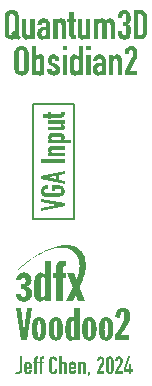
<source format=gbr>
%TF.GenerationSoftware,KiCad,Pcbnew,8.0.6*%
%TF.CreationDate,2024-11-06T21:47:20-05:00*%
%TF.ProjectId,VGA Input Board,56474120-496e-4707-9574-20426f617264,rev?*%
%TF.SameCoordinates,Original*%
%TF.FileFunction,Legend,Top*%
%TF.FilePolarity,Positive*%
%FSLAX46Y46*%
G04 Gerber Fmt 4.6, Leading zero omitted, Abs format (unit mm)*
G04 Created by KiCad (PCBNEW 8.0.6) date 2024-11-06 21:47:20*
%MOMM*%
%LPD*%
G01*
G04 APERTURE LIST*
%ADD10C,0.000000*%
%ADD11C,0.150000*%
%ADD12C,0.152000*%
G04 APERTURE END LIST*
D10*
G36*
X156035725Y-110207387D02*
G01*
X156043663Y-110207387D01*
X156302954Y-108289158D01*
X156705121Y-108289158D01*
X156295017Y-111022304D01*
X155723517Y-111022304D01*
X155316059Y-108289158D01*
X155802892Y-108289158D01*
X156035725Y-110207387D01*
G37*
G36*
X159727851Y-102976577D02*
G01*
X159838993Y-102986765D01*
X159950005Y-103002581D01*
X160060218Y-103024207D01*
X160168966Y-103051822D01*
X160275581Y-103085605D01*
X160379395Y-103125737D01*
X160430043Y-103148240D01*
X160479741Y-103172397D01*
X160528405Y-103198231D01*
X160575952Y-103225765D01*
X160622297Y-103255021D01*
X160667359Y-103286022D01*
X160711052Y-103318789D01*
X160753295Y-103353346D01*
X160794003Y-103389715D01*
X160833093Y-103427918D01*
X160870482Y-103467978D01*
X160906086Y-103509917D01*
X160939821Y-103553759D01*
X160971605Y-103599524D01*
X161001354Y-103647236D01*
X161028984Y-103696918D01*
X161063817Y-103767408D01*
X161095336Y-103839403D01*
X161148718Y-103987548D01*
X161189692Y-104140629D01*
X161218823Y-104297920D01*
X161236676Y-104458697D01*
X161243815Y-104622235D01*
X161240803Y-104787809D01*
X161228204Y-104954694D01*
X161206583Y-105122165D01*
X161176504Y-105289498D01*
X161138531Y-105455968D01*
X161093229Y-105620850D01*
X161041160Y-105783419D01*
X160982889Y-105942950D01*
X160918981Y-106098719D01*
X160850000Y-106250000D01*
X160147144Y-107716155D01*
X159539386Y-107716155D01*
X160049018Y-106701446D01*
X160320540Y-106155065D01*
X160483619Y-105818507D01*
X160530047Y-105709219D01*
X160571979Y-105594425D01*
X160609121Y-105474941D01*
X160641179Y-105351580D01*
X160667860Y-105225159D01*
X160688870Y-105096492D01*
X160703917Y-104966393D01*
X160712705Y-104835677D01*
X160714943Y-104705160D01*
X160710336Y-104575656D01*
X160698592Y-104447980D01*
X160679416Y-104322947D01*
X160652515Y-104201372D01*
X160617596Y-104084069D01*
X160574365Y-103971853D01*
X160522528Y-103865539D01*
X160495459Y-103818348D01*
X160466806Y-103773051D01*
X160436629Y-103729625D01*
X160404985Y-103688051D01*
X160371934Y-103648305D01*
X160337533Y-103610368D01*
X160264916Y-103539833D01*
X160187603Y-103476274D01*
X160106061Y-103419519D01*
X160020758Y-103369398D01*
X159932161Y-103325740D01*
X159840738Y-103288373D01*
X159746956Y-103257127D01*
X159651282Y-103231831D01*
X159554185Y-103212314D01*
X159456131Y-103198404D01*
X159357589Y-103189931D01*
X159259026Y-103186723D01*
X159160908Y-103188610D01*
X159033953Y-103196858D01*
X158907409Y-103210100D01*
X158781322Y-103228156D01*
X158655735Y-103250848D01*
X158406245Y-103309431D01*
X158159297Y-103384422D01*
X157915252Y-103474397D01*
X157674468Y-103577930D01*
X157437305Y-103693596D01*
X157204121Y-103819971D01*
X156975276Y-103955628D01*
X156751129Y-104099143D01*
X156532039Y-104249091D01*
X156318365Y-104404046D01*
X156110466Y-104562584D01*
X155908702Y-104723278D01*
X155525015Y-105045437D01*
X155522391Y-105047556D01*
X155519835Y-105049327D01*
X155517355Y-105050763D01*
X155514958Y-105051876D01*
X155512653Y-105052680D01*
X155510445Y-105053188D01*
X155508342Y-105053413D01*
X155506353Y-105053368D01*
X155504484Y-105053065D01*
X155502742Y-105052519D01*
X155501136Y-105051741D01*
X155499672Y-105050746D01*
X155498358Y-105049545D01*
X155497201Y-105048152D01*
X155496209Y-105046581D01*
X155495389Y-105044843D01*
X155494749Y-105042953D01*
X155494295Y-105040923D01*
X155494036Y-105038766D01*
X155493979Y-105036495D01*
X155494130Y-105034123D01*
X155494498Y-105031664D01*
X155495090Y-105029130D01*
X155495914Y-105026534D01*
X155496976Y-105023890D01*
X155498284Y-105021209D01*
X155499846Y-105018507D01*
X155501669Y-105015794D01*
X155503760Y-105013085D01*
X155506126Y-105010393D01*
X155508776Y-105007729D01*
X155511717Y-105005109D01*
X155929004Y-104660214D01*
X156373590Y-104312589D01*
X156605526Y-104142232D01*
X156843574Y-103976570D01*
X157087495Y-103817393D01*
X157337051Y-103666494D01*
X157592006Y-103525666D01*
X157852120Y-103396700D01*
X158117156Y-103281388D01*
X158386877Y-103181523D01*
X158661044Y-103098896D01*
X158939419Y-103035301D01*
X159221765Y-102992528D01*
X159364353Y-102979511D01*
X159507844Y-102972371D01*
X159617245Y-102971839D01*
X159727851Y-102976577D01*
G37*
G36*
X161579019Y-109062523D02*
G01*
X161610572Y-109064891D01*
X161641619Y-109068883D01*
X161672125Y-109074536D01*
X161702053Y-109081887D01*
X161731368Y-109090972D01*
X161760034Y-109101828D01*
X161788015Y-109114493D01*
X161815275Y-109129002D01*
X161841778Y-109145393D01*
X161867488Y-109163702D01*
X161892370Y-109183966D01*
X161916388Y-109206223D01*
X161939505Y-109230509D01*
X161961687Y-109256860D01*
X161982897Y-109285314D01*
X162003099Y-109315908D01*
X162022258Y-109348677D01*
X162040337Y-109383660D01*
X162057301Y-109420893D01*
X162073113Y-109460412D01*
X162087739Y-109502255D01*
X162101142Y-109546458D01*
X162113287Y-109593058D01*
X162124137Y-109642092D01*
X162133656Y-109693597D01*
X162141810Y-109747609D01*
X162148561Y-109804166D01*
X162153875Y-109863305D01*
X162157714Y-109925061D01*
X162160044Y-109989472D01*
X162160829Y-110056575D01*
X162157743Y-110188089D01*
X162148670Y-110308983D01*
X162133883Y-110419552D01*
X162113659Y-110520092D01*
X162088272Y-110610895D01*
X162057998Y-110692257D01*
X162023112Y-110764472D01*
X162004026Y-110797242D01*
X161983889Y-110827835D01*
X161962737Y-110856289D01*
X161940604Y-110882640D01*
X161917525Y-110906926D01*
X161893533Y-110929183D01*
X161868663Y-110949447D01*
X161842950Y-110967757D01*
X161816428Y-110984147D01*
X161789131Y-110998657D01*
X161732351Y-111022177D01*
X161672885Y-111038613D01*
X161611008Y-111048258D01*
X161546995Y-111051408D01*
X161514740Y-111050627D01*
X161482983Y-111048258D01*
X161451761Y-111044266D01*
X161421107Y-111038613D01*
X161391055Y-111031262D01*
X161361641Y-111022177D01*
X161332898Y-111011321D01*
X161304861Y-110998657D01*
X161277564Y-110984147D01*
X161251042Y-110967757D01*
X161225328Y-110949447D01*
X161200459Y-110929183D01*
X161176467Y-110906926D01*
X161153387Y-110882640D01*
X161131254Y-110856289D01*
X161110103Y-110827835D01*
X161089966Y-110797242D01*
X161070880Y-110764472D01*
X161052877Y-110729489D01*
X161035993Y-110692257D01*
X161020263Y-110652737D01*
X161005720Y-110610895D01*
X160992398Y-110566692D01*
X160980333Y-110520092D01*
X160969558Y-110471057D01*
X160960109Y-110419552D01*
X160952018Y-110365540D01*
X160945322Y-110308983D01*
X160940054Y-110249845D01*
X160936248Y-110188089D01*
X160933940Y-110123677D01*
X160933193Y-110059220D01*
X161409412Y-110059220D01*
X161411092Y-110256738D01*
X161416399Y-110412026D01*
X161420539Y-110475364D01*
X161425737Y-110529982D01*
X161432043Y-110576492D01*
X161439509Y-110615507D01*
X161448183Y-110647638D01*
X161458118Y-110673498D01*
X161469362Y-110693700D01*
X161481966Y-110708855D01*
X161495981Y-110719577D01*
X161511458Y-110726477D01*
X161528446Y-110730168D01*
X161546995Y-110731262D01*
X161556469Y-110731001D01*
X161565545Y-110730168D01*
X161574231Y-110728685D01*
X161582533Y-110726477D01*
X161590457Y-110723466D01*
X161598010Y-110719577D01*
X161605197Y-110714732D01*
X161612025Y-110708855D01*
X161618501Y-110701870D01*
X161624630Y-110693700D01*
X161630419Y-110684268D01*
X161635874Y-110673498D01*
X161641002Y-110661314D01*
X161645808Y-110647638D01*
X161650300Y-110632395D01*
X161654483Y-110615507D01*
X161658363Y-110596898D01*
X161661948Y-110576492D01*
X161665243Y-110554213D01*
X161668255Y-110529982D01*
X161670989Y-110503725D01*
X161673453Y-110475364D01*
X161675652Y-110444823D01*
X161677593Y-110412026D01*
X161679282Y-110376895D01*
X161680725Y-110339354D01*
X161681929Y-110299328D01*
X161682900Y-110256738D01*
X161684168Y-110163564D01*
X161684579Y-110059220D01*
X161682900Y-109861703D01*
X161677593Y-109706415D01*
X161673453Y-109643077D01*
X161668255Y-109588458D01*
X161661948Y-109541948D01*
X161654483Y-109502934D01*
X161645808Y-109470803D01*
X161635874Y-109444943D01*
X161624630Y-109424741D01*
X161612025Y-109409586D01*
X161598010Y-109398864D01*
X161582533Y-109391964D01*
X161565545Y-109388273D01*
X161546995Y-109387179D01*
X161537522Y-109387440D01*
X161528446Y-109388273D01*
X161519760Y-109389756D01*
X161511458Y-109391964D01*
X161503534Y-109394975D01*
X161495981Y-109398864D01*
X161488794Y-109403709D01*
X161481966Y-109409586D01*
X161475491Y-109416571D01*
X161469362Y-109424741D01*
X161463573Y-109434173D01*
X161458118Y-109444943D01*
X161452990Y-109457127D01*
X161448183Y-109470803D01*
X161443692Y-109486046D01*
X161439509Y-109502934D01*
X161435628Y-109521542D01*
X161432043Y-109541948D01*
X161428749Y-109564228D01*
X161425737Y-109588458D01*
X161423003Y-109614716D01*
X161420539Y-109643077D01*
X161418340Y-109673617D01*
X161416399Y-109706415D01*
X161414710Y-109741546D01*
X161413267Y-109779086D01*
X161412063Y-109819113D01*
X161411092Y-109861703D01*
X161409824Y-109954877D01*
X161409412Y-110059220D01*
X160933193Y-110059220D01*
X160933163Y-110056575D01*
X160936277Y-109925061D01*
X160945431Y-109804166D01*
X160960335Y-109693597D01*
X160980705Y-109593058D01*
X161006252Y-109502255D01*
X161036691Y-109420893D01*
X161071734Y-109348677D01*
X161090893Y-109315908D01*
X161111095Y-109285314D01*
X161132305Y-109256860D01*
X161154486Y-109230509D01*
X161177604Y-109206223D01*
X161201622Y-109183966D01*
X161226504Y-109163702D01*
X161252214Y-109145393D01*
X161278717Y-109129002D01*
X161305977Y-109114493D01*
X161362623Y-109090972D01*
X161421866Y-109074536D01*
X161483419Y-109064891D01*
X161546995Y-109061741D01*
X161579019Y-109062523D01*
G37*
D11*
X156740000Y-91029999D02*
X160270000Y-91029999D01*
X160270000Y-100790001D01*
X156740000Y-100790001D01*
X156740000Y-91029999D01*
D10*
G36*
X164425533Y-108260969D02*
G01*
X164461354Y-108263685D01*
X164496079Y-108268159D01*
X164529703Y-108274347D01*
X164562221Y-108282206D01*
X164593626Y-108291691D01*
X164623915Y-108302760D01*
X164653081Y-108315368D01*
X164681119Y-108329472D01*
X164708024Y-108345029D01*
X164733790Y-108361995D01*
X164758413Y-108380325D01*
X164781886Y-108399978D01*
X164804205Y-108420908D01*
X164825365Y-108443073D01*
X164845359Y-108466429D01*
X164864182Y-108490932D01*
X164881830Y-108516538D01*
X164898297Y-108543205D01*
X164913577Y-108570887D01*
X164927665Y-108599543D01*
X164940556Y-108629128D01*
X164952245Y-108659599D01*
X164962726Y-108690911D01*
X164971994Y-108723022D01*
X164980044Y-108755888D01*
X164986869Y-108789465D01*
X164992466Y-108823709D01*
X164996828Y-108858578D01*
X164999951Y-108894027D01*
X165001828Y-108930012D01*
X165002455Y-108966491D01*
X165000852Y-109022514D01*
X164996142Y-109078448D01*
X164988474Y-109134264D01*
X164977997Y-109189935D01*
X164964858Y-109245434D01*
X164949208Y-109300732D01*
X164910967Y-109410619D01*
X164864463Y-109519374D01*
X164810885Y-109626776D01*
X164751425Y-109732605D01*
X164687270Y-109836640D01*
X164619612Y-109938659D01*
X164549640Y-110038441D01*
X164407515Y-110230414D01*
X164270412Y-110410791D01*
X164147851Y-110577804D01*
X164938955Y-110577804D01*
X164938955Y-111022304D01*
X163703350Y-111022304D01*
X163703350Y-110667762D01*
X163837957Y-110446571D01*
X163975540Y-110226280D01*
X164109651Y-110008035D01*
X164173389Y-109900038D01*
X164233840Y-109792983D01*
X164290198Y-109687014D01*
X164341657Y-109582273D01*
X164387412Y-109478904D01*
X164426655Y-109377050D01*
X164458580Y-109276855D01*
X164482383Y-109178463D01*
X164497255Y-109082016D01*
X164501091Y-109034567D01*
X164502392Y-108987658D01*
X164501761Y-108930416D01*
X164500683Y-108900413D01*
X164498836Y-108870042D01*
X164496029Y-108839718D01*
X164492067Y-108809855D01*
X164486756Y-108780868D01*
X164479902Y-108753171D01*
X164471312Y-108727180D01*
X164460792Y-108703308D01*
X164454748Y-108692297D01*
X164448149Y-108681972D01*
X164440970Y-108672384D01*
X164433187Y-108663585D01*
X164424776Y-108655627D01*
X164415714Y-108648562D01*
X164405975Y-108642441D01*
X164395535Y-108637318D01*
X164384371Y-108633242D01*
X164372458Y-108630267D01*
X164359771Y-108628444D01*
X164346287Y-108627825D01*
X164336933Y-108628185D01*
X164327727Y-108629280D01*
X164318680Y-108631132D01*
X164309799Y-108633762D01*
X164301095Y-108637193D01*
X164292576Y-108641446D01*
X164284252Y-108646543D01*
X164276132Y-108652505D01*
X164268225Y-108659355D01*
X164260541Y-108667115D01*
X164253088Y-108675805D01*
X164245875Y-108685449D01*
X164238913Y-108696067D01*
X164232210Y-108707682D01*
X164225776Y-108720315D01*
X164219619Y-108733989D01*
X164213749Y-108748724D01*
X164208174Y-108764543D01*
X164202905Y-108781468D01*
X164197951Y-108799520D01*
X164193320Y-108818721D01*
X164189022Y-108839093D01*
X164185066Y-108860658D01*
X164181461Y-108883437D01*
X164178217Y-108907453D01*
X164175342Y-108932727D01*
X164172846Y-108959280D01*
X164170738Y-108987136D01*
X164169028Y-109016315D01*
X164167724Y-109046840D01*
X164166835Y-109078731D01*
X164166372Y-109112012D01*
X163743038Y-109072325D01*
X163745550Y-108991259D01*
X163753089Y-108912081D01*
X163765659Y-108835252D01*
X163783263Y-108761232D01*
X163805906Y-108690484D01*
X163833591Y-108623468D01*
X163849325Y-108591504D01*
X163866322Y-108560646D01*
X163884581Y-108530951D01*
X163904103Y-108502478D01*
X163924889Y-108475284D01*
X163946939Y-108449427D01*
X163970253Y-108424963D01*
X163994832Y-108401952D01*
X164020676Y-108380450D01*
X164047786Y-108360516D01*
X164076163Y-108342206D01*
X164105807Y-108325579D01*
X164136718Y-108310693D01*
X164168897Y-108297604D01*
X164202344Y-108286370D01*
X164237060Y-108277050D01*
X164273045Y-108269701D01*
X164310300Y-108264380D01*
X164348825Y-108261145D01*
X164388621Y-108260054D01*
X164425533Y-108260969D01*
G37*
G36*
X157321873Y-109062523D02*
G01*
X157353426Y-109064891D01*
X157384474Y-109068883D01*
X157414979Y-109074536D01*
X157444907Y-109081887D01*
X157474222Y-109090972D01*
X157502888Y-109101828D01*
X157530869Y-109114493D01*
X157558129Y-109129002D01*
X157584632Y-109145393D01*
X157610342Y-109163702D01*
X157635224Y-109183966D01*
X157659242Y-109206223D01*
X157682360Y-109230509D01*
X157704541Y-109256860D01*
X157725751Y-109285314D01*
X157745953Y-109315908D01*
X157765112Y-109348677D01*
X157783191Y-109383660D01*
X157800155Y-109420893D01*
X157815967Y-109460412D01*
X157830593Y-109502255D01*
X157843996Y-109546458D01*
X157856141Y-109593058D01*
X157866991Y-109642092D01*
X157876510Y-109693597D01*
X157884664Y-109747609D01*
X157891415Y-109804166D01*
X157896729Y-109863305D01*
X157900568Y-109925061D01*
X157902899Y-109989472D01*
X157903683Y-110056575D01*
X157900568Y-110188089D01*
X157891415Y-110308983D01*
X157876511Y-110419552D01*
X157856141Y-110520092D01*
X157830594Y-110610895D01*
X157800155Y-110692257D01*
X157765112Y-110764472D01*
X157745953Y-110797242D01*
X157725751Y-110827835D01*
X157704541Y-110856289D01*
X157682360Y-110882640D01*
X157659242Y-110906926D01*
X157635224Y-110929183D01*
X157610342Y-110949447D01*
X157584632Y-110967757D01*
X157558129Y-110984147D01*
X157530869Y-110998657D01*
X157474223Y-111022177D01*
X157414979Y-111038613D01*
X157353426Y-111048258D01*
X157289850Y-111051408D01*
X157257594Y-111050627D01*
X157225838Y-111048258D01*
X157194615Y-111044266D01*
X157163961Y-111038613D01*
X157133910Y-111031262D01*
X157104495Y-111022177D01*
X157075752Y-111011321D01*
X157047715Y-110998657D01*
X157020418Y-110984147D01*
X156993896Y-110967757D01*
X156968183Y-110949447D01*
X156943313Y-110929183D01*
X156919321Y-110906926D01*
X156896242Y-110882640D01*
X156874109Y-110856289D01*
X156852957Y-110827835D01*
X156832820Y-110797242D01*
X156813734Y-110764472D01*
X156795731Y-110729489D01*
X156778848Y-110692257D01*
X156763117Y-110652737D01*
X156748574Y-110610895D01*
X156735252Y-110566692D01*
X156723187Y-110520092D01*
X156712412Y-110471057D01*
X156702963Y-110419552D01*
X156694873Y-110365540D01*
X156688176Y-110308983D01*
X156682908Y-110249845D01*
X156679102Y-110188089D01*
X156676794Y-110123677D01*
X156676047Y-110059220D01*
X157152267Y-110059220D01*
X157153946Y-110256738D01*
X157159254Y-110412026D01*
X157163394Y-110475364D01*
X157168592Y-110529982D01*
X157174898Y-110576492D01*
X157182363Y-110615507D01*
X157191038Y-110647638D01*
X157200972Y-110673498D01*
X157212216Y-110693700D01*
X157224821Y-110708855D01*
X157238836Y-110719577D01*
X157254312Y-110726477D01*
X157271300Y-110730168D01*
X157289850Y-110731262D01*
X157299323Y-110731001D01*
X157308400Y-110730168D01*
X157317086Y-110728685D01*
X157325388Y-110726477D01*
X157333312Y-110723466D01*
X157340864Y-110719577D01*
X157348052Y-110714732D01*
X157354880Y-110708855D01*
X157361355Y-110701870D01*
X157367484Y-110693700D01*
X157373273Y-110684268D01*
X157378728Y-110673498D01*
X157383856Y-110661314D01*
X157388663Y-110647638D01*
X157393154Y-110632395D01*
X157397337Y-110615507D01*
X157401218Y-110596898D01*
X157404802Y-110576492D01*
X157408097Y-110554213D01*
X157411109Y-110529982D01*
X157413843Y-110503725D01*
X157416307Y-110475364D01*
X157418506Y-110444823D01*
X157420447Y-110412026D01*
X157422136Y-110376895D01*
X157423579Y-110339354D01*
X157424783Y-110299328D01*
X157425754Y-110256738D01*
X157427022Y-110163564D01*
X157427433Y-110059220D01*
X157425754Y-109861703D01*
X157420447Y-109706415D01*
X157416307Y-109643077D01*
X157411109Y-109588458D01*
X157404803Y-109541948D01*
X157397337Y-109502934D01*
X157388663Y-109470803D01*
X157378729Y-109444943D01*
X157367484Y-109424741D01*
X157354880Y-109409586D01*
X157340865Y-109398864D01*
X157325388Y-109391964D01*
X157308400Y-109388273D01*
X157289850Y-109387179D01*
X157280377Y-109387440D01*
X157271300Y-109388273D01*
X157262614Y-109389756D01*
X157254312Y-109391964D01*
X157246388Y-109394975D01*
X157238836Y-109398864D01*
X157231649Y-109403709D01*
X157224821Y-109409586D01*
X157218345Y-109416571D01*
X157212216Y-109424741D01*
X157206427Y-109434173D01*
X157200972Y-109444943D01*
X157195844Y-109457127D01*
X157191038Y-109470803D01*
X157186546Y-109486046D01*
X157182363Y-109502934D01*
X157178483Y-109521542D01*
X157174898Y-109541948D01*
X157171603Y-109564228D01*
X157168591Y-109588458D01*
X157165857Y-109614716D01*
X157163394Y-109643077D01*
X157161194Y-109673617D01*
X157159254Y-109706415D01*
X157157565Y-109741546D01*
X157156121Y-109779086D01*
X157154917Y-109819113D01*
X157153946Y-109861703D01*
X157152678Y-109954877D01*
X157152267Y-110059220D01*
X156676047Y-110059220D01*
X156676017Y-110056575D01*
X156679132Y-109925061D01*
X156688285Y-109804166D01*
X156703189Y-109693597D01*
X156723559Y-109593058D01*
X156749107Y-109502255D01*
X156779545Y-109420893D01*
X156814588Y-109348677D01*
X156833747Y-109315908D01*
X156853949Y-109285314D01*
X156875159Y-109256860D01*
X156897340Y-109230509D01*
X156920458Y-109206223D01*
X156944476Y-109183966D01*
X156969358Y-109163702D01*
X156995068Y-109145393D01*
X157021571Y-109129002D01*
X157048831Y-109114493D01*
X157105478Y-109090972D01*
X157164721Y-109074536D01*
X157226274Y-109064891D01*
X157289850Y-109061741D01*
X157321873Y-109062523D01*
G37*
G36*
X162999832Y-109062523D02*
G01*
X163031385Y-109064891D01*
X163062432Y-109068883D01*
X163092938Y-109074536D01*
X163122866Y-109081887D01*
X163152181Y-109090972D01*
X163180847Y-109101828D01*
X163208827Y-109114493D01*
X163236087Y-109129002D01*
X163262590Y-109145393D01*
X163288301Y-109163702D01*
X163313183Y-109183966D01*
X163337201Y-109206223D01*
X163360318Y-109230509D01*
X163382500Y-109256860D01*
X163403710Y-109285314D01*
X163423912Y-109315908D01*
X163443070Y-109348677D01*
X163461149Y-109383660D01*
X163478113Y-109420893D01*
X163493926Y-109460412D01*
X163508552Y-109502255D01*
X163521955Y-109546458D01*
X163534100Y-109593058D01*
X163544950Y-109642092D01*
X163554469Y-109693597D01*
X163562623Y-109747609D01*
X163569374Y-109804166D01*
X163574688Y-109863305D01*
X163578527Y-109925061D01*
X163580857Y-109989472D01*
X163581642Y-110056575D01*
X163578527Y-110188089D01*
X163569374Y-110308983D01*
X163554469Y-110419552D01*
X163534099Y-110520092D01*
X163508552Y-110610895D01*
X163478113Y-110692257D01*
X163443070Y-110764472D01*
X163423911Y-110797242D01*
X163403709Y-110827835D01*
X163382500Y-110856289D01*
X163360318Y-110882640D01*
X163337200Y-110906926D01*
X163313183Y-110929183D01*
X163288301Y-110949447D01*
X163262590Y-110967757D01*
X163236087Y-110984147D01*
X163208827Y-110998657D01*
X163152181Y-111022177D01*
X163092938Y-111038613D01*
X163031385Y-111048258D01*
X162967808Y-111051408D01*
X162935553Y-111050627D01*
X162903796Y-111048258D01*
X162872574Y-111044266D01*
X162841919Y-111038613D01*
X162811868Y-111031262D01*
X162782453Y-111022177D01*
X162753710Y-111011321D01*
X162725673Y-110998657D01*
X162698376Y-110984147D01*
X162671854Y-110967757D01*
X162646141Y-110949447D01*
X162621271Y-110929183D01*
X162597280Y-110906926D01*
X162574200Y-110882640D01*
X162552067Y-110856289D01*
X162530915Y-110827835D01*
X162510779Y-110797242D01*
X162491692Y-110764472D01*
X162473690Y-110729489D01*
X162456806Y-110692257D01*
X162441075Y-110652737D01*
X162426532Y-110610895D01*
X162413210Y-110566692D01*
X162401145Y-110520092D01*
X162390370Y-110471057D01*
X162380921Y-110419552D01*
X162372831Y-110365540D01*
X162366134Y-110308983D01*
X162360866Y-110249845D01*
X162357061Y-110188089D01*
X162354752Y-110123677D01*
X162354005Y-110059220D01*
X162830225Y-110059220D01*
X162831905Y-110256738D01*
X162837212Y-110412026D01*
X162841352Y-110475364D01*
X162846550Y-110529982D01*
X162852856Y-110576492D01*
X162860321Y-110615507D01*
X162868996Y-110647638D01*
X162878930Y-110673498D01*
X162890174Y-110693700D01*
X162902779Y-110708855D01*
X162916794Y-110719577D01*
X162932270Y-110726477D01*
X162949258Y-110730168D01*
X162967808Y-110731262D01*
X162977282Y-110731001D01*
X162986358Y-110730168D01*
X162995045Y-110728685D01*
X163003347Y-110726477D01*
X163011271Y-110723466D01*
X163018823Y-110719577D01*
X163026010Y-110714732D01*
X163032839Y-110708855D01*
X163039314Y-110701870D01*
X163045443Y-110693700D01*
X163051232Y-110684268D01*
X163056687Y-110673498D01*
X163061815Y-110661314D01*
X163066621Y-110647638D01*
X163071113Y-110632395D01*
X163075296Y-110615507D01*
X163079177Y-110596898D01*
X163082761Y-110576492D01*
X163086056Y-110554213D01*
X163089068Y-110529982D01*
X163091802Y-110503725D01*
X163094266Y-110475364D01*
X163096465Y-110444823D01*
X163098406Y-110412026D01*
X163100095Y-110376895D01*
X163101538Y-110339354D01*
X163102742Y-110299328D01*
X163103713Y-110256738D01*
X163104981Y-110163564D01*
X163105392Y-110059220D01*
X163103713Y-109861703D01*
X163098405Y-109706415D01*
X163094265Y-109643077D01*
X163089067Y-109588458D01*
X163082761Y-109541948D01*
X163075295Y-109502934D01*
X163066621Y-109470803D01*
X163056687Y-109444943D01*
X163045443Y-109424741D01*
X163032838Y-109409586D01*
X163018823Y-109398864D01*
X163003346Y-109391964D01*
X162986358Y-109388273D01*
X162967808Y-109387179D01*
X162958335Y-109387440D01*
X162949259Y-109388273D01*
X162940572Y-109389756D01*
X162932271Y-109391964D01*
X162924347Y-109394975D01*
X162916794Y-109398864D01*
X162909607Y-109403709D01*
X162902779Y-109409586D01*
X162896303Y-109416571D01*
X162890174Y-109424741D01*
X162884385Y-109434173D01*
X162878930Y-109444943D01*
X162873803Y-109457127D01*
X162868996Y-109470803D01*
X162864504Y-109486046D01*
X162860322Y-109502934D01*
X162856441Y-109521542D01*
X162852856Y-109541948D01*
X162849561Y-109564228D01*
X162846550Y-109588458D01*
X162843815Y-109614716D01*
X162841352Y-109643077D01*
X162839153Y-109673617D01*
X162837212Y-109706415D01*
X162835523Y-109741546D01*
X162834080Y-109779086D01*
X162832876Y-109819113D01*
X162831905Y-109861703D01*
X162830637Y-109954877D01*
X162830225Y-110059220D01*
X162354005Y-110059220D01*
X162353975Y-110056575D01*
X162357090Y-109925061D01*
X162366243Y-109804166D01*
X162381148Y-109693597D01*
X162401517Y-109593058D01*
X162427065Y-109502255D01*
X162457503Y-109420893D01*
X162492547Y-109348677D01*
X162511705Y-109315908D01*
X162531907Y-109285314D01*
X162553117Y-109256860D01*
X162575299Y-109230509D01*
X162598416Y-109206223D01*
X162622434Y-109183966D01*
X162647316Y-109163702D01*
X162673027Y-109145393D01*
X162699530Y-109129002D01*
X162726790Y-109114493D01*
X162783436Y-109090972D01*
X162842679Y-109074536D01*
X162904232Y-109064891D01*
X162967808Y-109061741D01*
X162999832Y-109062523D01*
G37*
G36*
X158740040Y-109062523D02*
G01*
X158771593Y-109064891D01*
X158802640Y-109068883D01*
X158833146Y-109074536D01*
X158863074Y-109081887D01*
X158892389Y-109090972D01*
X158921055Y-109101828D01*
X158949036Y-109114493D01*
X158976296Y-109129002D01*
X159002799Y-109145393D01*
X159028509Y-109163702D01*
X159053391Y-109183966D01*
X159077409Y-109206223D01*
X159100526Y-109230509D01*
X159122708Y-109256860D01*
X159143918Y-109285314D01*
X159164120Y-109315908D01*
X159183278Y-109348677D01*
X159201358Y-109383660D01*
X159218322Y-109420893D01*
X159234134Y-109460412D01*
X159248760Y-109502255D01*
X159262163Y-109546458D01*
X159274308Y-109593058D01*
X159285158Y-109642092D01*
X159294677Y-109693597D01*
X159302831Y-109747609D01*
X159309582Y-109804166D01*
X159314896Y-109863305D01*
X159318735Y-109925061D01*
X159321065Y-109989472D01*
X159321850Y-110056575D01*
X159318764Y-110188089D01*
X159309691Y-110308983D01*
X159294904Y-110419552D01*
X159274680Y-110520092D01*
X159249293Y-110610895D01*
X159219019Y-110692257D01*
X159184133Y-110764472D01*
X159165046Y-110797242D01*
X159144910Y-110827835D01*
X159123758Y-110856289D01*
X159101625Y-110882640D01*
X159078546Y-110906926D01*
X159054554Y-110929183D01*
X159029684Y-110949447D01*
X159003971Y-110967757D01*
X158977449Y-110984147D01*
X158950152Y-110998657D01*
X158893372Y-111022177D01*
X158833906Y-111038613D01*
X158772029Y-111048258D01*
X158708017Y-111051408D01*
X158675761Y-111050627D01*
X158644005Y-111048258D01*
X158612782Y-111044266D01*
X158582128Y-111038613D01*
X158552076Y-111031262D01*
X158522662Y-111022177D01*
X158493919Y-111011321D01*
X158465882Y-110998657D01*
X158438585Y-110984147D01*
X158412063Y-110967757D01*
X158386349Y-110949447D01*
X158361480Y-110929183D01*
X158337488Y-110906926D01*
X158314408Y-110882640D01*
X158292275Y-110856289D01*
X158271123Y-110827835D01*
X158250987Y-110797242D01*
X158231900Y-110764472D01*
X158213898Y-110729489D01*
X158197014Y-110692257D01*
X158181284Y-110652737D01*
X158166740Y-110610895D01*
X158153419Y-110566692D01*
X158141354Y-110520092D01*
X158130579Y-110471057D01*
X158121129Y-110419552D01*
X158113039Y-110365540D01*
X158106343Y-110308983D01*
X158101075Y-110249845D01*
X158097269Y-110188089D01*
X158094961Y-110123677D01*
X158094214Y-110059220D01*
X158570433Y-110059220D01*
X158572113Y-110256738D01*
X158577420Y-110412026D01*
X158581560Y-110475364D01*
X158586758Y-110529982D01*
X158593064Y-110576492D01*
X158600530Y-110615507D01*
X158609204Y-110647638D01*
X158619138Y-110673498D01*
X158630383Y-110693700D01*
X158642987Y-110708855D01*
X158657003Y-110719577D01*
X158672479Y-110726477D01*
X158689467Y-110730168D01*
X158708017Y-110731262D01*
X158717490Y-110731001D01*
X158726567Y-110730168D01*
X158735253Y-110728685D01*
X158743555Y-110726477D01*
X158751479Y-110723466D01*
X158759031Y-110719577D01*
X158766218Y-110714732D01*
X158773046Y-110708855D01*
X158779522Y-110701870D01*
X158785651Y-110693700D01*
X158791440Y-110684268D01*
X158796895Y-110673498D01*
X158802023Y-110661314D01*
X158806829Y-110647638D01*
X158811321Y-110632395D01*
X158815504Y-110615507D01*
X158819384Y-110596898D01*
X158822969Y-110576492D01*
X158826264Y-110554213D01*
X158829275Y-110529982D01*
X158832010Y-110503725D01*
X158834473Y-110475364D01*
X158836673Y-110444823D01*
X158838613Y-110412026D01*
X158840302Y-110376895D01*
X158841746Y-110339354D01*
X158842950Y-110299328D01*
X158843921Y-110256738D01*
X158845189Y-110163564D01*
X158845600Y-110059220D01*
X158843921Y-109861703D01*
X158838613Y-109706415D01*
X158834474Y-109643077D01*
X158829276Y-109588458D01*
X158822969Y-109541948D01*
X158815504Y-109502934D01*
X158806829Y-109470803D01*
X158796895Y-109444943D01*
X158785651Y-109424741D01*
X158773046Y-109409586D01*
X158759031Y-109398864D01*
X158743555Y-109391964D01*
X158726567Y-109388273D01*
X158708017Y-109387179D01*
X158698544Y-109387440D01*
X158689467Y-109388273D01*
X158680781Y-109389756D01*
X158672479Y-109391964D01*
X158664555Y-109394975D01*
X158657003Y-109398864D01*
X158649815Y-109403709D01*
X158642987Y-109409586D01*
X158636512Y-109416571D01*
X158630383Y-109424741D01*
X158624594Y-109434173D01*
X158619138Y-109444943D01*
X158614011Y-109457127D01*
X158609204Y-109470803D01*
X158604713Y-109486046D01*
X158600530Y-109502934D01*
X158596649Y-109521542D01*
X158593064Y-109541948D01*
X158589770Y-109564228D01*
X158586758Y-109588458D01*
X158584024Y-109614716D01*
X158581560Y-109643077D01*
X158579361Y-109673617D01*
X158577420Y-109706415D01*
X158575731Y-109741546D01*
X158574288Y-109779086D01*
X158573084Y-109819113D01*
X158572113Y-109861703D01*
X158570845Y-109954877D01*
X158570433Y-110059220D01*
X158094214Y-110059220D01*
X158094183Y-110056575D01*
X158097298Y-109925061D01*
X158106451Y-109804166D01*
X158121356Y-109693597D01*
X158141726Y-109593058D01*
X158167273Y-109502255D01*
X158197712Y-109420893D01*
X158232755Y-109348677D01*
X158251914Y-109315908D01*
X158272116Y-109285314D01*
X158293326Y-109256860D01*
X158315507Y-109230509D01*
X158338625Y-109206223D01*
X158362643Y-109183966D01*
X158387525Y-109163702D01*
X158413235Y-109145393D01*
X158439738Y-109129002D01*
X158466998Y-109114493D01*
X158523644Y-109090972D01*
X158582888Y-109074536D01*
X158644441Y-109064891D01*
X158708017Y-109061741D01*
X158740040Y-109062523D01*
G37*
G36*
X156050478Y-105282125D02*
G01*
X156081764Y-105284347D01*
X156112715Y-105288032D01*
X156143287Y-105293167D01*
X156173431Y-105299735D01*
X156203101Y-105307724D01*
X156232249Y-105317119D01*
X156260829Y-105327905D01*
X156288795Y-105340068D01*
X156316098Y-105353594D01*
X156342692Y-105368467D01*
X156368530Y-105384674D01*
X156393565Y-105402200D01*
X156417751Y-105421030D01*
X156441039Y-105441151D01*
X156463385Y-105462548D01*
X156484739Y-105485205D01*
X156505056Y-105509110D01*
X156524288Y-105534247D01*
X156542389Y-105560602D01*
X156559312Y-105588161D01*
X156575009Y-105616909D01*
X156589434Y-105646831D01*
X156602540Y-105677914D01*
X156614280Y-105710142D01*
X156624607Y-105743502D01*
X156633474Y-105777979D01*
X156640834Y-105813558D01*
X156646640Y-105850225D01*
X156650845Y-105887965D01*
X156653403Y-105926765D01*
X156654266Y-105966610D01*
X156653687Y-105993593D01*
X156651972Y-106019879D01*
X156649152Y-106045469D01*
X156645261Y-106070362D01*
X156640329Y-106094559D01*
X156634390Y-106118060D01*
X156627474Y-106140864D01*
X156619615Y-106162972D01*
X156610844Y-106184384D01*
X156601194Y-106205101D01*
X156590696Y-106225121D01*
X156579383Y-106244446D01*
X156567286Y-106263075D01*
X156554439Y-106281008D01*
X156540872Y-106298246D01*
X156526618Y-106314789D01*
X156511709Y-106330637D01*
X156496177Y-106345789D01*
X156480055Y-106360247D01*
X156463374Y-106374009D01*
X156446166Y-106387077D01*
X156428464Y-106399450D01*
X156391705Y-106422113D01*
X156353353Y-106441997D01*
X156313665Y-106459105D01*
X156272898Y-106473437D01*
X156231308Y-106484994D01*
X156231308Y-106491766D01*
X156281178Y-106500732D01*
X156329028Y-106512465D01*
X156374692Y-106527102D01*
X156418005Y-106544784D01*
X156458802Y-106565646D01*
X156478205Y-106577314D01*
X156496918Y-106589829D01*
X156514919Y-106603208D01*
X156532188Y-106617469D01*
X156548704Y-106632629D01*
X156564446Y-106648705D01*
X156579395Y-106665715D01*
X156593528Y-106683676D01*
X156606826Y-106702604D01*
X156619268Y-106722518D01*
X156630834Y-106743435D01*
X156641501Y-106765371D01*
X156651251Y-106788345D01*
X156660063Y-106812373D01*
X156667915Y-106837473D01*
X156674787Y-106863661D01*
X156680658Y-106890956D01*
X156685508Y-106919375D01*
X156689317Y-106948934D01*
X156692062Y-106979651D01*
X156693725Y-107011543D01*
X156694284Y-107044628D01*
X156693202Y-107089940D01*
X156690004Y-107133711D01*
X156684763Y-107175948D01*
X156677553Y-107216658D01*
X156668445Y-107255849D01*
X156657513Y-107293525D01*
X156644829Y-107329694D01*
X156630466Y-107364363D01*
X156614498Y-107397539D01*
X156596997Y-107429228D01*
X156578035Y-107459436D01*
X156557686Y-107488171D01*
X156536022Y-107515439D01*
X156513117Y-107541247D01*
X156489043Y-107565601D01*
X156463872Y-107588509D01*
X156437679Y-107609976D01*
X156410534Y-107630010D01*
X156382513Y-107648617D01*
X156353686Y-107665804D01*
X156324127Y-107681578D01*
X156293910Y-107695945D01*
X156263106Y-107708912D01*
X156231788Y-107720486D01*
X156167904Y-107739480D01*
X156102839Y-107752981D01*
X156037177Y-107761042D01*
X155971500Y-107763718D01*
X155916811Y-107761501D01*
X155862549Y-107754750D01*
X155809047Y-107743313D01*
X155756636Y-107727039D01*
X155705649Y-107705777D01*
X155680793Y-107693228D01*
X155656417Y-107679375D01*
X155632563Y-107664200D01*
X155609273Y-107647683D01*
X155586587Y-107629806D01*
X155564547Y-107610549D01*
X155543196Y-107589894D01*
X155522574Y-107567822D01*
X155502722Y-107544314D01*
X155483683Y-107519351D01*
X155465498Y-107492914D01*
X155448208Y-107464984D01*
X155431854Y-107435542D01*
X155416479Y-107404570D01*
X155402124Y-107372048D01*
X155388830Y-107337958D01*
X155376639Y-107302281D01*
X155365592Y-107264997D01*
X155355731Y-107226088D01*
X155347098Y-107185535D01*
X155339733Y-107143319D01*
X155333678Y-107099422D01*
X155740628Y-107088956D01*
X155742915Y-107114049D01*
X155746032Y-107138998D01*
X155750112Y-107163601D01*
X155755289Y-107187654D01*
X155761697Y-107210952D01*
X155765405Y-107222255D01*
X155769471Y-107233292D01*
X155773912Y-107244040D01*
X155778745Y-107254472D01*
X155783986Y-107264562D01*
X155789652Y-107274286D01*
X155795760Y-107283618D01*
X155802327Y-107292532D01*
X155809369Y-107301003D01*
X155816903Y-107309006D01*
X155824946Y-107316514D01*
X155833515Y-107323503D01*
X155842626Y-107329948D01*
X155852296Y-107335822D01*
X155862542Y-107341100D01*
X155873381Y-107345757D01*
X155884830Y-107349768D01*
X155896904Y-107353106D01*
X155909622Y-107355747D01*
X155922999Y-107357665D01*
X155937052Y-107358834D01*
X155951799Y-107359230D01*
X155965959Y-107358856D01*
X155979626Y-107357745D01*
X155992804Y-107355909D01*
X156005495Y-107353360D01*
X156017703Y-107350111D01*
X156029430Y-107346176D01*
X156040678Y-107341566D01*
X156051451Y-107336296D01*
X156061752Y-107330376D01*
X156071583Y-107323821D01*
X156080947Y-107316643D01*
X156089846Y-107308855D01*
X156098285Y-107300469D01*
X156106264Y-107291499D01*
X156113788Y-107281957D01*
X156120859Y-107271855D01*
X156127480Y-107261208D01*
X156133653Y-107250027D01*
X156144669Y-107226115D01*
X156153928Y-107200223D01*
X156161454Y-107172452D01*
X156167269Y-107142905D01*
X156171394Y-107111684D01*
X156173853Y-107078891D01*
X156174668Y-107044628D01*
X156174241Y-107017428D01*
X156172976Y-106991734D01*
X156170893Y-106967503D01*
X156168017Y-106944694D01*
X156164368Y-106923265D01*
X156159968Y-106903172D01*
X156154840Y-106884375D01*
X156149006Y-106866831D01*
X156142488Y-106850498D01*
X156135308Y-106835333D01*
X156127487Y-106821295D01*
X156119049Y-106808342D01*
X156110015Y-106796431D01*
X156100407Y-106785521D01*
X156090247Y-106775569D01*
X156079558Y-106766533D01*
X156068362Y-106758370D01*
X156056680Y-106751040D01*
X156044534Y-106744499D01*
X156031947Y-106738706D01*
X156018942Y-106733619D01*
X156005539Y-106729195D01*
X155991761Y-106725392D01*
X155977630Y-106722168D01*
X155948397Y-106717290D01*
X155918018Y-106714222D01*
X155886668Y-106712629D01*
X155854525Y-106712172D01*
X155728315Y-106712172D01*
X155728315Y-106305222D01*
X155840365Y-106305222D01*
X155873787Y-106304368D01*
X155905870Y-106301708D01*
X155936501Y-106297098D01*
X155965567Y-106290393D01*
X155979478Y-106286210D01*
X155992955Y-106281448D01*
X156005985Y-106276089D01*
X156018554Y-106270117D01*
X156030646Y-106263511D01*
X156042249Y-106256255D01*
X156053347Y-106248330D01*
X156063928Y-106239718D01*
X156073977Y-106230401D01*
X156083479Y-106220361D01*
X156092421Y-106209579D01*
X156100789Y-106198038D01*
X156108568Y-106185719D01*
X156115745Y-106172604D01*
X156122305Y-106158675D01*
X156128234Y-106143915D01*
X156133519Y-106128304D01*
X156138145Y-106111824D01*
X156142097Y-106094459D01*
X156145363Y-106076188D01*
X156147927Y-106056995D01*
X156149776Y-106036861D01*
X156150896Y-106015769D01*
X156151273Y-105993699D01*
X156151091Y-105978863D01*
X156150546Y-105964242D01*
X156149639Y-105949851D01*
X156148371Y-105935707D01*
X156146741Y-105921828D01*
X156144752Y-105908230D01*
X156142403Y-105894930D01*
X156139696Y-105881945D01*
X156136630Y-105869292D01*
X156133208Y-105856988D01*
X156129429Y-105845049D01*
X156125294Y-105833492D01*
X156120805Y-105822335D01*
X156115961Y-105811594D01*
X156110764Y-105801286D01*
X156105214Y-105791428D01*
X156099312Y-105782036D01*
X156093059Y-105773129D01*
X156086455Y-105764721D01*
X156079501Y-105756831D01*
X156072199Y-105749476D01*
X156064547Y-105742671D01*
X156056549Y-105736435D01*
X156048203Y-105730783D01*
X156039511Y-105725733D01*
X156030474Y-105721302D01*
X156021092Y-105717506D01*
X156011366Y-105714362D01*
X156001297Y-105711888D01*
X155990886Y-105710100D01*
X155980132Y-105709014D01*
X155969038Y-105708649D01*
X155957753Y-105708911D01*
X155946845Y-105709695D01*
X155936310Y-105710994D01*
X155926142Y-105712801D01*
X155916336Y-105715112D01*
X155906887Y-105717920D01*
X155897789Y-105721219D01*
X155889038Y-105725003D01*
X155880628Y-105729266D01*
X155872554Y-105734002D01*
X155864812Y-105739204D01*
X155857395Y-105744868D01*
X155850299Y-105750987D01*
X155843519Y-105757554D01*
X155837049Y-105764565D01*
X155830884Y-105772012D01*
X155825019Y-105779891D01*
X155819450Y-105788194D01*
X155809175Y-105806050D01*
X155800018Y-105825534D01*
X155791939Y-105846597D01*
X155784894Y-105869191D01*
X155778845Y-105893268D01*
X155773749Y-105918779D01*
X155769564Y-105945677D01*
X155340450Y-105903812D01*
X155349552Y-105862448D01*
X155359796Y-105822689D01*
X155371146Y-105784516D01*
X155383567Y-105747910D01*
X155397021Y-105712852D01*
X155411473Y-105679323D01*
X155426887Y-105647304D01*
X155443226Y-105616775D01*
X155460454Y-105587718D01*
X155478535Y-105560112D01*
X155497433Y-105533940D01*
X155517112Y-105509181D01*
X155537536Y-105485817D01*
X155558667Y-105463829D01*
X155580471Y-105443197D01*
X155602910Y-105423902D01*
X155625950Y-105405924D01*
X155649553Y-105389246D01*
X155673683Y-105373847D01*
X155698305Y-105359709D01*
X155723381Y-105346811D01*
X155748876Y-105335136D01*
X155774754Y-105324664D01*
X155800979Y-105315376D01*
X155827514Y-105307252D01*
X155854323Y-105300273D01*
X155908618Y-105289675D01*
X155963576Y-105283429D01*
X156018906Y-105281381D01*
X156050478Y-105282125D01*
G37*
G36*
X160724142Y-111019658D02*
G01*
X160298163Y-111019658D01*
X160298163Y-110868845D01*
X160290225Y-110868845D01*
X160257876Y-110905670D01*
X160241740Y-110923272D01*
X160225402Y-110940200D01*
X160208693Y-110956353D01*
X160191440Y-110971630D01*
X160173475Y-110985930D01*
X160154626Y-110999153D01*
X160144817Y-111005329D01*
X160134723Y-111011197D01*
X160124323Y-111016746D01*
X160113595Y-111021963D01*
X160102518Y-111026834D01*
X160091072Y-111031348D01*
X160079234Y-111035492D01*
X160066983Y-111039254D01*
X160054298Y-111042620D01*
X160041157Y-111045578D01*
X160027540Y-111048115D01*
X160013425Y-111050219D01*
X159998791Y-111051878D01*
X159983616Y-111053078D01*
X159967879Y-111053808D01*
X159951558Y-111054054D01*
X159921906Y-111052980D01*
X159893461Y-111049770D01*
X159866206Y-111044444D01*
X159840123Y-111037021D01*
X159815196Y-111027521D01*
X159791405Y-111015963D01*
X159768735Y-111002366D01*
X159747168Y-110986750D01*
X159726686Y-110969134D01*
X159707271Y-110949538D01*
X159688907Y-110927981D01*
X159671576Y-110904481D01*
X159655260Y-110879060D01*
X159639942Y-110851735D01*
X159625604Y-110822527D01*
X159612230Y-110791455D01*
X159599802Y-110758538D01*
X159588302Y-110723795D01*
X159577712Y-110687246D01*
X159568016Y-110648910D01*
X159559196Y-110608808D01*
X159551234Y-110566957D01*
X159544113Y-110523377D01*
X159537816Y-110478089D01*
X159532325Y-110431111D01*
X159527623Y-110382462D01*
X159520515Y-110280230D01*
X159516352Y-110171550D01*
X159514996Y-110056575D01*
X159515077Y-110051283D01*
X159991246Y-110051283D01*
X159992522Y-110249901D01*
X159996992Y-110406445D01*
X160000725Y-110470440D01*
X160005617Y-110525719D01*
X160011788Y-110572882D01*
X160019358Y-110612530D01*
X160028447Y-110645264D01*
X160039176Y-110671684D01*
X160051664Y-110692392D01*
X160066032Y-110707987D01*
X160082400Y-110719071D01*
X160100888Y-110726244D01*
X160121616Y-110730108D01*
X160144704Y-110731262D01*
X160156859Y-110730957D01*
X160168517Y-110730058D01*
X160179679Y-110728594D01*
X160190345Y-110726591D01*
X160200515Y-110724076D01*
X160210189Y-110721077D01*
X160219366Y-110717620D01*
X160228048Y-110713733D01*
X160236234Y-110709444D01*
X160243923Y-110704778D01*
X160251116Y-110699763D01*
X160257814Y-110694427D01*
X160264015Y-110688796D01*
X160269720Y-110682898D01*
X160274929Y-110676760D01*
X160279642Y-110670408D01*
X160279642Y-109424220D01*
X160276996Y-109424220D01*
X160275175Y-109421020D01*
X160273187Y-109417869D01*
X160271037Y-109414771D01*
X160268728Y-109411730D01*
X160266263Y-109408749D01*
X160263648Y-109405832D01*
X160260885Y-109402982D01*
X160257979Y-109400201D01*
X160254933Y-109397495D01*
X160251752Y-109394865D01*
X160248439Y-109392316D01*
X160244998Y-109389850D01*
X160241433Y-109387472D01*
X160237748Y-109385185D01*
X160233946Y-109382991D01*
X160230032Y-109380895D01*
X160226010Y-109378899D01*
X160221883Y-109377008D01*
X160217655Y-109375224D01*
X160213330Y-109373552D01*
X160208913Y-109371993D01*
X160204406Y-109370553D01*
X160199814Y-109369233D01*
X160195140Y-109368038D01*
X160190389Y-109366971D01*
X160185565Y-109366035D01*
X160180670Y-109365233D01*
X160175710Y-109364570D01*
X160170688Y-109364049D01*
X160165607Y-109363672D01*
X160160473Y-109363443D01*
X160155287Y-109363366D01*
X160143410Y-109363613D01*
X160132080Y-109364406D01*
X160121286Y-109365830D01*
X160111016Y-109367965D01*
X160101260Y-109370896D01*
X160092006Y-109374703D01*
X160083244Y-109379469D01*
X160074962Y-109385277D01*
X160067148Y-109392209D01*
X160059793Y-109400347D01*
X160052884Y-109409774D01*
X160046410Y-109420572D01*
X160040361Y-109432823D01*
X160034726Y-109446611D01*
X160029492Y-109462016D01*
X160024649Y-109479122D01*
X160020187Y-109498010D01*
X160016093Y-109518764D01*
X160012356Y-109541465D01*
X160008966Y-109566196D01*
X160005911Y-109593040D01*
X160003180Y-109622078D01*
X160000762Y-109653393D01*
X159998646Y-109687068D01*
X159996821Y-109723184D01*
X159995275Y-109761824D01*
X159993997Y-109803071D01*
X159992977Y-109847006D01*
X159991664Y-109943273D01*
X159991246Y-110051283D01*
X159515077Y-110051283D01*
X159516769Y-109940381D01*
X159522112Y-109830981D01*
X159531059Y-109728473D01*
X159543645Y-109632952D01*
X159559906Y-109544516D01*
X159579876Y-109463262D01*
X159603589Y-109389287D01*
X159631082Y-109322687D01*
X159662388Y-109263559D01*
X159697543Y-109212001D01*
X159716574Y-109189091D01*
X159736581Y-109168109D01*
X159757568Y-109149068D01*
X159779538Y-109131980D01*
X159802497Y-109116857D01*
X159826448Y-109103711D01*
X159851396Y-109092554D01*
X159877346Y-109083399D01*
X159904301Y-109076257D01*
X159932267Y-109071141D01*
X159961247Y-109068062D01*
X159991246Y-109067033D01*
X160015179Y-109067793D01*
X160038349Y-109070015D01*
X160060736Y-109073608D01*
X160082320Y-109078484D01*
X160103083Y-109084555D01*
X160123005Y-109091729D01*
X160142067Y-109099919D01*
X160160248Y-109109036D01*
X160177531Y-109118989D01*
X160193895Y-109129691D01*
X160209321Y-109141051D01*
X160223790Y-109152981D01*
X160237282Y-109165392D01*
X160249778Y-109178194D01*
X160261259Y-109191299D01*
X160271704Y-109204616D01*
X160279642Y-109204616D01*
X160279642Y-108289158D01*
X160724142Y-108289158D01*
X160724142Y-111019658D01*
G37*
G36*
X158341171Y-107715081D02*
G01*
X157810473Y-107715081D01*
X157810473Y-107481746D01*
X157803701Y-107481746D01*
X157773285Y-107520897D01*
X157744353Y-107556225D01*
X157716694Y-107587913D01*
X157690095Y-107616146D01*
X157664344Y-107641109D01*
X157639229Y-107662986D01*
X157614538Y-107681962D01*
X157602286Y-107690420D01*
X157590060Y-107698221D01*
X157577834Y-107705390D01*
X157565582Y-107711948D01*
X157553277Y-107717920D01*
X157540892Y-107723328D01*
X157528401Y-107728195D01*
X157515778Y-107732544D01*
X157490029Y-107739781D01*
X157463432Y-107745225D01*
X157435775Y-107749059D01*
X157406846Y-107751467D01*
X157376434Y-107752636D01*
X157339742Y-107751759D01*
X157304449Y-107747730D01*
X157270538Y-107740640D01*
X157237995Y-107730578D01*
X157206804Y-107717635D01*
X157176950Y-107701901D01*
X157148417Y-107683467D01*
X157121191Y-107662423D01*
X157095256Y-107638860D01*
X157070596Y-107612867D01*
X157047197Y-107584536D01*
X157025043Y-107553956D01*
X156984410Y-107486413D01*
X156948573Y-107410960D01*
X156917411Y-107328321D01*
X156890800Y-107239218D01*
X156868620Y-107144375D01*
X156850746Y-107044515D01*
X156837058Y-106940360D01*
X156827432Y-106832633D01*
X156821746Y-106722058D01*
X156819878Y-106609358D01*
X156821681Y-106482111D01*
X156821935Y-106476375D01*
X157418298Y-106476375D01*
X157418898Y-106671886D01*
X157419945Y-106761924D01*
X157421752Y-106846549D01*
X157424517Y-106925560D01*
X157428438Y-106998755D01*
X157433713Y-107065934D01*
X157440539Y-107126895D01*
X157444595Y-107154981D01*
X157449112Y-107181438D01*
X157454117Y-107206239D01*
X157459632Y-107229360D01*
X157465684Y-107250776D01*
X157472296Y-107270462D01*
X157479493Y-107288392D01*
X157487300Y-107304542D01*
X157495741Y-107318885D01*
X157504842Y-107331398D01*
X157514627Y-107342055D01*
X157525121Y-107350831D01*
X157536348Y-107357700D01*
X157548333Y-107362637D01*
X157561101Y-107365618D01*
X157574676Y-107366618D01*
X157582471Y-107366387D01*
X157590237Y-107365701D01*
X157597969Y-107364565D01*
X157605661Y-107362987D01*
X157613305Y-107360973D01*
X157620895Y-107358530D01*
X157628426Y-107355665D01*
X157635891Y-107352384D01*
X157650599Y-107344602D01*
X157664969Y-107335240D01*
X157678950Y-107324350D01*
X157692493Y-107311987D01*
X157705548Y-107298204D01*
X157718065Y-107283057D01*
X157729995Y-107266598D01*
X157741286Y-107248883D01*
X157751890Y-107229964D01*
X157761755Y-107209896D01*
X157770834Y-107188733D01*
X157779075Y-107166529D01*
X157779075Y-105791763D01*
X157772859Y-105779112D01*
X157765932Y-105766884D01*
X157758309Y-105755133D01*
X157750003Y-105743913D01*
X157741030Y-105733279D01*
X157731403Y-105723285D01*
X157721137Y-105713984D01*
X157710246Y-105705433D01*
X157698746Y-105697683D01*
X157686650Y-105690791D01*
X157673973Y-105684811D01*
X157660730Y-105679796D01*
X157646934Y-105675801D01*
X157639834Y-105674202D01*
X157632601Y-105672880D01*
X157625238Y-105671839D01*
X157617745Y-105671087D01*
X157610126Y-105670631D01*
X157602380Y-105670478D01*
X157587199Y-105671504D01*
X157572866Y-105674553D01*
X157559358Y-105679577D01*
X157546652Y-105686531D01*
X157534722Y-105695367D01*
X157523545Y-105706041D01*
X157513097Y-105718504D01*
X157503353Y-105732712D01*
X157485883Y-105766173D01*
X157470943Y-105806055D01*
X157458341Y-105851985D01*
X157447882Y-105903593D01*
X157439375Y-105960509D01*
X157432628Y-106022361D01*
X157427447Y-106088779D01*
X157423640Y-106159391D01*
X157419377Y-106311718D01*
X157418298Y-106476375D01*
X156821935Y-106476375D01*
X156827227Y-106356631D01*
X156836717Y-106233806D01*
X156850356Y-106114526D01*
X156868346Y-105999678D01*
X156879037Y-105944195D01*
X156890891Y-105890154D01*
X156903935Y-105837665D01*
X156918194Y-105786840D01*
X156933692Y-105737790D01*
X156950457Y-105690627D01*
X156968512Y-105645461D01*
X156987884Y-105602404D01*
X157008598Y-105561566D01*
X157030678Y-105523059D01*
X157054151Y-105486994D01*
X157079043Y-105453482D01*
X157105377Y-105422634D01*
X157133180Y-105394561D01*
X157162478Y-105369375D01*
X157193294Y-105347187D01*
X157225656Y-105328107D01*
X157259588Y-105312247D01*
X157295115Y-105299718D01*
X157332264Y-105290631D01*
X157371059Y-105285098D01*
X157411526Y-105283229D01*
X157426337Y-105283437D01*
X157440850Y-105284061D01*
X157455073Y-105285100D01*
X157469015Y-105286553D01*
X157482684Y-105288420D01*
X157496088Y-105290700D01*
X157509237Y-105293392D01*
X157522137Y-105296495D01*
X157534798Y-105300009D01*
X157547228Y-105303934D01*
X157559435Y-105308267D01*
X157571428Y-105313009D01*
X157583214Y-105318159D01*
X157594803Y-105323717D01*
X157606202Y-105329680D01*
X157617420Y-105336050D01*
X157628465Y-105342824D01*
X157639345Y-105350003D01*
X157660647Y-105365570D01*
X157681390Y-105382746D01*
X157701642Y-105401525D01*
X157721470Y-105421900D01*
X157740940Y-105443867D01*
X157760120Y-105467420D01*
X157779075Y-105492552D01*
X157779075Y-104320954D01*
X158341171Y-104320954D01*
X158341171Y-107715081D01*
G37*
G36*
X161204600Y-107715696D02*
G01*
X160606795Y-107715696D01*
X159664838Y-105322015D01*
X160265720Y-105322015D01*
X161204600Y-107715696D01*
G37*
G36*
X159593421Y-104756840D02*
G01*
X159564149Y-104754652D01*
X159535290Y-104754409D01*
X159521080Y-104755036D01*
X159507049Y-104756171D01*
X159493223Y-104757824D01*
X159479628Y-104760001D01*
X159466289Y-104762711D01*
X159453232Y-104765960D01*
X159440481Y-104769757D01*
X159428063Y-104774109D01*
X159416003Y-104779024D01*
X159404326Y-104784509D01*
X159393057Y-104790573D01*
X159382223Y-104797223D01*
X159371848Y-104804466D01*
X159361958Y-104812310D01*
X159352579Y-104820763D01*
X159343736Y-104829833D01*
X159335453Y-104839528D01*
X159327758Y-104849854D01*
X159320675Y-104860819D01*
X159314229Y-104872432D01*
X159308446Y-104884700D01*
X159303352Y-104897631D01*
X159298972Y-104911232D01*
X159295331Y-104925511D01*
X159292455Y-104940475D01*
X159290369Y-104956133D01*
X159289099Y-104972492D01*
X159288670Y-104989559D01*
X159288670Y-105322015D01*
X159593421Y-105322015D01*
X159593421Y-105768983D01*
X159288670Y-105768983D01*
X159288670Y-107715696D01*
X158726573Y-107715696D01*
X158726573Y-105768983D01*
X158469844Y-105768983D01*
X158469844Y-105322015D01*
X158726573Y-105322015D01*
X158726573Y-105054819D01*
X158728778Y-104945434D01*
X158731539Y-104894546D01*
X158735411Y-104846124D01*
X158740397Y-104800116D01*
X158746501Y-104756468D01*
X158753725Y-104715128D01*
X158762075Y-104676043D01*
X158771552Y-104639161D01*
X158782161Y-104604428D01*
X158793906Y-104571791D01*
X158806789Y-104541198D01*
X158820814Y-104512597D01*
X158835985Y-104485933D01*
X158852305Y-104461155D01*
X158869778Y-104438210D01*
X158888407Y-104417044D01*
X158908196Y-104397606D01*
X158929149Y-104379841D01*
X158951268Y-104363699D01*
X158974557Y-104349125D01*
X158999020Y-104336066D01*
X159024661Y-104324471D01*
X159051482Y-104314286D01*
X159079488Y-104305459D01*
X159108682Y-104297936D01*
X159139067Y-104291666D01*
X159170647Y-104286594D01*
X159203425Y-104282668D01*
X159237406Y-104279837D01*
X159308987Y-104277242D01*
X159593421Y-104274779D01*
X159593421Y-104756840D01*
G37*
D12*
G36*
X157449162Y-99025045D02*
G01*
X159450000Y-99433419D01*
X159450000Y-99685477D01*
X157449162Y-100091409D01*
X157449162Y-99789036D01*
X158845743Y-99562379D01*
X158845743Y-99557006D01*
X157449162Y-99327417D01*
X157449162Y-99025045D01*
G37*
G36*
X157930809Y-98863845D02*
G01*
X157830992Y-98855710D01*
X157735873Y-98828941D01*
X157718318Y-98821346D01*
X157633810Y-98771765D01*
X157564933Y-98708018D01*
X157507557Y-98625517D01*
X157475540Y-98553656D01*
X157450656Y-98455923D01*
X157444766Y-98379267D01*
X157454503Y-98280967D01*
X157475540Y-98205366D01*
X157518972Y-98112887D01*
X157564933Y-98047585D01*
X157639015Y-97982611D01*
X157718806Y-97937187D01*
X157818213Y-97905313D01*
X157916815Y-97894855D01*
X157931786Y-97894689D01*
X158031926Y-97894689D01*
X158031926Y-98180453D01*
X157931786Y-98180453D01*
X157832593Y-98199155D01*
X157779378Y-98239560D01*
X157735300Y-98330760D01*
X157730530Y-98378778D01*
X157751567Y-98475740D01*
X157779378Y-98518974D01*
X157867054Y-98571096D01*
X157931786Y-98578080D01*
X158979099Y-98578080D01*
X159077897Y-98559379D01*
X159131018Y-98518974D01*
X159175097Y-98427312D01*
X159179867Y-98378778D01*
X159158830Y-98282678D01*
X159131018Y-98239560D01*
X159043553Y-98187437D01*
X158979099Y-98180453D01*
X158605896Y-98180453D01*
X158605896Y-98413461D01*
X158355792Y-98413461D01*
X158355792Y-97894689D01*
X158980565Y-97894689D01*
X159083494Y-97902823D01*
X159178420Y-97929592D01*
X159195498Y-97937187D01*
X159281412Y-97989510D01*
X159343021Y-98047585D01*
X159399732Y-98127635D01*
X159435345Y-98205366D01*
X159459834Y-98302704D01*
X159465631Y-98379267D01*
X159456048Y-98477721D01*
X159435345Y-98553656D01*
X159390986Y-98644812D01*
X159343021Y-98708018D01*
X159272054Y-98775279D01*
X159195010Y-98821346D01*
X159096580Y-98853220D01*
X158995628Y-98863679D01*
X158980076Y-98863845D01*
X157930809Y-98863845D01*
G37*
G36*
X159450000Y-96948492D02*
G01*
X159012316Y-97032512D01*
X159012316Y-97421835D01*
X159450000Y-97505854D01*
X159450000Y-97791618D01*
X157449162Y-97346119D01*
X157449162Y-97225952D01*
X158014829Y-97225952D01*
X158014829Y-97231325D01*
X158726552Y-97371521D01*
X158726552Y-97085757D01*
X158014829Y-97225952D01*
X157449162Y-97225952D01*
X157449162Y-97108227D01*
X159450000Y-96663216D01*
X159450000Y-96948492D01*
G37*
G36*
X159450000Y-95981779D02*
G01*
X157449162Y-95981779D01*
X157449162Y-95696015D01*
X159450000Y-95696015D01*
X159450000Y-95981779D01*
G37*
G36*
X159450000Y-95442491D02*
G01*
X158043161Y-95442491D01*
X158043161Y-95156727D01*
X158180914Y-95156727D01*
X158180914Y-95150865D01*
X158103386Y-95084948D01*
X158071004Y-95044375D01*
X158033643Y-94952860D01*
X158027529Y-94885129D01*
X158043414Y-94786210D01*
X158045603Y-94779616D01*
X158097619Y-94693222D01*
X158105198Y-94685338D01*
X158188472Y-94628830D01*
X158212177Y-94618904D01*
X158310070Y-94596935D01*
X158371423Y-94593991D01*
X159450000Y-94593991D01*
X159450000Y-94879755D01*
X158478890Y-94879755D01*
X158381803Y-94899814D01*
X158357745Y-94915415D01*
X158313684Y-95004520D01*
X158313293Y-95016531D01*
X158343704Y-95110829D01*
X158363119Y-95126440D01*
X158457257Y-95154331D01*
X158506734Y-95156727D01*
X159450000Y-95156727D01*
X159450000Y-95442491D01*
G37*
G36*
X159101778Y-93506813D02*
G01*
X159203200Y-93512003D01*
X159221877Y-93513949D01*
X159322911Y-93543481D01*
X159401372Y-93604292D01*
X159429972Y-93642909D01*
X159461417Y-93738098D01*
X159465631Y-93805087D01*
X159450938Y-93903051D01*
X159428018Y-93955052D01*
X159364555Y-94033611D01*
X159320062Y-94068380D01*
X160012735Y-94068380D01*
X160012735Y-94354145D01*
X158043161Y-94354145D01*
X158043161Y-94068380D01*
X158172609Y-94068380D01*
X158100672Y-93997875D01*
X158069539Y-93959937D01*
X158057042Y-93928185D01*
X158313293Y-93928185D01*
X158350319Y-94019761D01*
X158361653Y-94029790D01*
X158454043Y-94066534D01*
X158486217Y-94068380D01*
X159028925Y-94068380D01*
X159123387Y-94039864D01*
X159137369Y-94028325D01*
X159179493Y-93939275D01*
X159179867Y-93928185D01*
X159147297Y-93832806D01*
X159130530Y-93820230D01*
X159035102Y-93792113D01*
X159014759Y-93791409D01*
X158503314Y-93791409D01*
X158405421Y-93805504D01*
X158365561Y-93824138D01*
X158314110Y-93910958D01*
X158313293Y-93928185D01*
X158057042Y-93928185D01*
X158032493Y-93865810D01*
X158027529Y-93799713D01*
X158040552Y-93700223D01*
X158090561Y-93607532D01*
X158160886Y-93552540D01*
X158256017Y-93520713D01*
X158277145Y-93516880D01*
X158375813Y-93507499D01*
X158462770Y-93505645D01*
X158997662Y-93505645D01*
X159101778Y-93506813D01*
G37*
G36*
X158043161Y-92417299D02*
G01*
X159450000Y-92417299D01*
X159450000Y-92703063D01*
X159312247Y-92703063D01*
X159312247Y-92708436D01*
X159390205Y-92774564D01*
X159422644Y-92815415D01*
X159459586Y-92906929D01*
X159465631Y-92974661D01*
X159450175Y-93073579D01*
X159448046Y-93080174D01*
X159396029Y-93166568D01*
X159388450Y-93174452D01*
X159305177Y-93230960D01*
X159281472Y-93240886D01*
X159183147Y-93262855D01*
X159121737Y-93265798D01*
X158043161Y-93265798D01*
X158043161Y-92980034D01*
X159014270Y-92980034D01*
X159111632Y-92959976D01*
X159135903Y-92944375D01*
X159179481Y-92854868D01*
X159179867Y-92842770D01*
X159149754Y-92748770D01*
X159130530Y-92733349D01*
X159035942Y-92705459D01*
X158986427Y-92703063D01*
X158043161Y-92703063D01*
X158043161Y-92417299D01*
G37*
G36*
X158043161Y-92181849D02*
G01*
X157589846Y-92181849D01*
X157589846Y-91896085D01*
X158043161Y-91896085D01*
X158043161Y-91739769D01*
X158262002Y-91739769D01*
X158262002Y-91896085D01*
X159027948Y-91896085D01*
X159104640Y-91887292D01*
X159145184Y-91858960D01*
X159161793Y-91810600D01*
X159164235Y-91739769D01*
X159450000Y-91739769D01*
X159450000Y-91852609D01*
X159439322Y-91953135D01*
X159419713Y-92009413D01*
X159361491Y-92091905D01*
X159341556Y-92109553D01*
X159252903Y-92158767D01*
X159234577Y-92164752D01*
X159136316Y-92181431D01*
X159118806Y-92181849D01*
X158262002Y-92181849D01*
X158262002Y-92333768D01*
X158043161Y-92333768D01*
X158043161Y-92181849D01*
G37*
G36*
X155925994Y-86100629D02*
G01*
X156020495Y-86126926D01*
X156136093Y-86180914D01*
X156217721Y-86238667D01*
X156298939Y-86330792D01*
X156355719Y-86430397D01*
X156395561Y-86554503D01*
X156408634Y-86677371D01*
X156408841Y-86696011D01*
X156408841Y-88007595D01*
X156398673Y-88136257D01*
X156365212Y-88254914D01*
X156355719Y-88276263D01*
X156290314Y-88384131D01*
X156217721Y-88461277D01*
X156117659Y-88532165D01*
X156020495Y-88576681D01*
X155898822Y-88607293D01*
X155803119Y-88614539D01*
X155680051Y-88602561D01*
X155585132Y-88576681D01*
X155471187Y-88521233D01*
X155392181Y-88461277D01*
X155308104Y-88372567D01*
X155250520Y-88276263D01*
X155210678Y-88153225D01*
X155197604Y-88027035D01*
X155197397Y-88007595D01*
X155197397Y-86697233D01*
X155554602Y-86697233D01*
X155554602Y-88006374D01*
X155577979Y-88129872D01*
X155628486Y-88196273D01*
X155743063Y-88251371D01*
X155803730Y-88257334D01*
X155923855Y-88231037D01*
X155977753Y-88196273D01*
X156042906Y-88086942D01*
X156051636Y-88006374D01*
X156051636Y-86697233D01*
X156028259Y-86573241D01*
X155977753Y-86506723D01*
X155863753Y-86451625D01*
X155803730Y-86445662D01*
X155682527Y-86471959D01*
X155628486Y-86506723D01*
X155563332Y-86616318D01*
X155554602Y-86697233D01*
X155197397Y-86697233D01*
X155197397Y-86696011D01*
X155207565Y-86571240D01*
X155241026Y-86452342D01*
X155250520Y-86430397D01*
X155312496Y-86324762D01*
X155392181Y-86238667D01*
X155495306Y-86166947D01*
X155585132Y-86126926D01*
X155707299Y-86095820D01*
X155803119Y-86088457D01*
X155925994Y-86100629D01*
G37*
G36*
X157044483Y-86998872D02*
G01*
X157051811Y-86998872D01*
X157133909Y-86904944D01*
X157191640Y-86863928D01*
X157308497Y-86822467D01*
X157377264Y-86816912D01*
X157503359Y-86831208D01*
X157576322Y-86862096D01*
X157668371Y-86943269D01*
X157692338Y-86976280D01*
X157733682Y-87094390D01*
X157737523Y-87121605D01*
X157745622Y-87246189D01*
X157747862Y-87379133D01*
X157747903Y-87402484D01*
X157747903Y-88071099D01*
X157744817Y-88194764D01*
X157733859Y-88303129D01*
X157701853Y-88421256D01*
X157689285Y-88448454D01*
X157603761Y-88549662D01*
X157481831Y-88604159D01*
X157380317Y-88614539D01*
X157258714Y-88599891D01*
X157180038Y-88562637D01*
X157086057Y-88478889D01*
X157044483Y-88433189D01*
X157044483Y-88595000D01*
X156687278Y-88595000D01*
X156687278Y-87362794D01*
X157044483Y-87362794D01*
X157044483Y-88041179D01*
X157071617Y-88165056D01*
X157092721Y-88197494D01*
X157200513Y-88256399D01*
X157219728Y-88257334D01*
X157335825Y-88210821D01*
X157349787Y-88191999D01*
X157388141Y-88070641D01*
X157390698Y-88019808D01*
X157390698Y-87380502D01*
X157366915Y-87259666D01*
X157354672Y-87235788D01*
X157243475Y-87175080D01*
X157219728Y-87174117D01*
X157104161Y-87218247D01*
X157094553Y-87227850D01*
X157045266Y-87342787D01*
X157044483Y-87362794D01*
X156687278Y-87362794D01*
X156687278Y-86093953D01*
X157044483Y-86093953D01*
X157044483Y-86998872D01*
G37*
G36*
X158667477Y-87346919D02*
G01*
X158631947Y-87228976D01*
X158621071Y-87217470D01*
X158515436Y-87174117D01*
X158404916Y-87227240D01*
X158365875Y-87343881D01*
X158365837Y-87348140D01*
X158390262Y-87441563D01*
X158490506Y-87515160D01*
X158514215Y-87524605D01*
X158719989Y-87607037D01*
X158830567Y-87658963D01*
X158931775Y-87735441D01*
X158989878Y-87810980D01*
X159040384Y-87928923D01*
X159062607Y-88056215D01*
X159063761Y-88094302D01*
X159049339Y-88217693D01*
X159022851Y-88296413D01*
X158960263Y-88404891D01*
X158911720Y-88461277D01*
X158811447Y-88539177D01*
X158740750Y-88574239D01*
X158616827Y-88607888D01*
X158524595Y-88614539D01*
X158394185Y-88601003D01*
X158277729Y-88560395D01*
X158175225Y-88492716D01*
X158156399Y-88475931D01*
X158073729Y-88377852D01*
X158034888Y-88306182D01*
X157999155Y-88188360D01*
X157989093Y-88068656D01*
X158347519Y-88068656D01*
X158387292Y-88186194D01*
X158393925Y-88197494D01*
X158501516Y-88256399D01*
X158523985Y-88257334D01*
X158639724Y-88216713D01*
X158650380Y-88207875D01*
X158705185Y-88096591D01*
X158706556Y-88069877D01*
X158671028Y-87950371D01*
X158668698Y-87947145D01*
X158566064Y-87873069D01*
X158530701Y-87858607D01*
X158362784Y-87797547D01*
X158248639Y-87743336D01*
X158147462Y-87665616D01*
X158102666Y-87615586D01*
X158041783Y-87508688D01*
X158011938Y-87384457D01*
X158008632Y-87321273D01*
X158023270Y-87197078D01*
X158050153Y-87118551D01*
X158114219Y-87011266D01*
X158164337Y-86956741D01*
X158265153Y-86881457D01*
X158326148Y-86852937D01*
X158448412Y-86821978D01*
X158527038Y-86816912D01*
X158649058Y-86830904D01*
X158726095Y-86856601D01*
X158835001Y-86922105D01*
X158883021Y-86967121D01*
X158954482Y-87067442D01*
X158986825Y-87137480D01*
X159018434Y-87258741D01*
X159024682Y-87346919D01*
X158667477Y-87346919D01*
G37*
G36*
X159278695Y-88595000D02*
G01*
X159278695Y-86836451D01*
X159635900Y-86836451D01*
X159635900Y-88595000D01*
X159278695Y-88595000D01*
G37*
G36*
X159278695Y-86451158D02*
G01*
X159278695Y-86093953D01*
X159635900Y-86093953D01*
X159635900Y-86451158D01*
X159278695Y-86451158D01*
G37*
G36*
X160989005Y-88595000D02*
G01*
X160631800Y-88595000D01*
X160631800Y-88435631D01*
X160566465Y-88506461D01*
X160496856Y-88562637D01*
X160410150Y-88601106D01*
X160295356Y-88614539D01*
X160170002Y-88598320D01*
X160054369Y-88536038D01*
X159986999Y-88448454D01*
X159947216Y-88329378D01*
X159942425Y-88303129D01*
X159930699Y-88179795D01*
X159928381Y-88071099D01*
X159928381Y-87402484D01*
X159928624Y-87381113D01*
X160285586Y-87381113D01*
X160285586Y-88024082D01*
X160303205Y-88147250D01*
X160326497Y-88197494D01*
X160435624Y-88261808D01*
X160457167Y-88262829D01*
X160571169Y-88216547D01*
X160583562Y-88202379D01*
X160629492Y-88085937D01*
X160631800Y-88045453D01*
X160631800Y-87364016D01*
X160596155Y-87245343D01*
X160581730Y-87227850D01*
X160471023Y-87174589D01*
X160457167Y-87174117D01*
X160340412Y-87212131D01*
X160321612Y-87236399D01*
X160286466Y-87355684D01*
X160285586Y-87381113D01*
X159928624Y-87381113D01*
X159929841Y-87273970D01*
X159936328Y-87145895D01*
X159938761Y-87121605D01*
X159975885Y-86995412D01*
X160053520Y-86897638D01*
X160103015Y-86862096D01*
X160219033Y-86822251D01*
X160302683Y-86816912D01*
X160424900Y-86835277D01*
X160489529Y-86863928D01*
X160587991Y-86943257D01*
X160631800Y-86998872D01*
X160631800Y-86093953D01*
X160989005Y-86093953D01*
X160989005Y-88595000D01*
G37*
G36*
X161288814Y-88595000D02*
G01*
X161288814Y-86836451D01*
X161646019Y-86836451D01*
X161646019Y-88595000D01*
X161288814Y-88595000D01*
G37*
G36*
X161288814Y-86451158D02*
G01*
X161288814Y-86093953D01*
X161646019Y-86093953D01*
X161646019Y-86451158D01*
X161288814Y-86451158D01*
G37*
G36*
X162536801Y-86827924D02*
G01*
X162626043Y-86851716D01*
X162739912Y-86908579D01*
X162798845Y-86955519D01*
X162876173Y-87055888D01*
X162911807Y-87128932D01*
X162945158Y-87249218D01*
X162954550Y-87371953D01*
X162954550Y-88595000D01*
X162597345Y-88595000D01*
X162597345Y-88413649D01*
X162590628Y-88413649D01*
X162511051Y-88508575D01*
X162448356Y-88562637D01*
X162329070Y-88608406D01*
X162246856Y-88614539D01*
X162122673Y-88596202D01*
X162118629Y-88595000D01*
X162009101Y-88536162D01*
X161994065Y-88523558D01*
X161917014Y-88425556D01*
X161896978Y-88381898D01*
X161867354Y-88260289D01*
X161860342Y-88141929D01*
X161863049Y-88069877D01*
X162217547Y-88069877D01*
X162240636Y-88193585D01*
X162266396Y-88237794D01*
X162372162Y-88299654D01*
X162403782Y-88301908D01*
X162521923Y-88265012D01*
X162546054Y-88241458D01*
X162593287Y-88128695D01*
X162597345Y-88070488D01*
X162597345Y-87824413D01*
X162499037Y-87813422D01*
X162372598Y-87833011D01*
X162299979Y-87868988D01*
X162229139Y-87973220D01*
X162217547Y-88069877D01*
X161863049Y-88069877D01*
X161865017Y-88017508D01*
X161881808Y-87892486D01*
X161884766Y-87878147D01*
X161925875Y-87761475D01*
X161975747Y-87687027D01*
X162073301Y-87609222D01*
X162148548Y-87576507D01*
X162272044Y-87549030D01*
X162394190Y-87540192D01*
X162425153Y-87539870D01*
X162464232Y-87539870D01*
X162502700Y-87539870D01*
X162544832Y-87539870D01*
X162597345Y-87550251D01*
X162597345Y-87373785D01*
X162571546Y-87253042D01*
X162558266Y-87230903D01*
X162448576Y-87175503D01*
X162418437Y-87174117D01*
X162300588Y-87209722D01*
X162289599Y-87217470D01*
X162220401Y-87318288D01*
X162213883Y-87343255D01*
X161874386Y-87343255D01*
X161886074Y-87218759D01*
X161926479Y-87096972D01*
X161995745Y-86992596D01*
X162022153Y-86964678D01*
X162121663Y-86890404D01*
X162191901Y-86856601D01*
X162310913Y-86824508D01*
X162414162Y-86816912D01*
X162536801Y-86827924D01*
G37*
G36*
X163232987Y-88595000D02*
G01*
X163232987Y-86836451D01*
X163590192Y-86836451D01*
X163590192Y-87008642D01*
X163597519Y-87008642D01*
X163679915Y-86911733D01*
X163730631Y-86871256D01*
X163845025Y-86824554D01*
X163929689Y-86816912D01*
X164053337Y-86836768D01*
X164061580Y-86839504D01*
X164169573Y-86904524D01*
X164179428Y-86913998D01*
X164250062Y-87018090D01*
X164262470Y-87047721D01*
X164289931Y-87170088D01*
X164293611Y-87246779D01*
X164293611Y-88595000D01*
X163936406Y-88595000D01*
X163936406Y-87381113D01*
X163911333Y-87259754D01*
X163891832Y-87229682D01*
X163780450Y-87174605D01*
X163765436Y-87174117D01*
X163647563Y-87212131D01*
X163628049Y-87236399D01*
X163593186Y-87354072D01*
X163590192Y-87415917D01*
X163590192Y-88595000D01*
X163232987Y-88595000D01*
G37*
G36*
X164554340Y-88595000D02*
G01*
X164554340Y-88258555D01*
X165195478Y-87048942D01*
X165242180Y-86935362D01*
X165250433Y-86890795D01*
X165257409Y-86764186D01*
X165257760Y-86721657D01*
X165257760Y-86625792D01*
X165240052Y-86536643D01*
X165187540Y-86472529D01*
X165086179Y-86445662D01*
X164967673Y-86483274D01*
X164958562Y-86491458D01*
X164911959Y-86607958D01*
X164911546Y-86623960D01*
X164911546Y-86826071D01*
X164554340Y-86826071D01*
X164554340Y-86630676D01*
X164567478Y-86508918D01*
X164595862Y-86420628D01*
X164656872Y-86313007D01*
X164711266Y-86249047D01*
X164809250Y-86169430D01*
X164878573Y-86132421D01*
X164999539Y-86095713D01*
X165088011Y-86088457D01*
X165210246Y-86099593D01*
X165327369Y-86139138D01*
X165428906Y-86207745D01*
X165493454Y-86277135D01*
X165555790Y-86389434D01*
X165585045Y-86476193D01*
X165608391Y-86598709D01*
X165614965Y-86713108D01*
X165614965Y-86836422D01*
X165614965Y-86864539D01*
X165604585Y-86981775D01*
X165569169Y-87093517D01*
X165515186Y-87205267D01*
X165502613Y-87229682D01*
X164974438Y-88237794D01*
X165614965Y-88237794D01*
X165614965Y-88595000D01*
X164554340Y-88595000D01*
G37*
G36*
X155094047Y-83050629D02*
G01*
X155188548Y-83076926D01*
X155304146Y-83130914D01*
X155385774Y-83188667D01*
X155466992Y-83280792D01*
X155523772Y-83380397D01*
X155563614Y-83504045D01*
X155576687Y-83626763D01*
X155576894Y-83645401D01*
X155576894Y-84956374D01*
X155565356Y-85085308D01*
X155527613Y-85204205D01*
X155524382Y-85210997D01*
X155744811Y-85389295D01*
X155562850Y-85606671D01*
X155352802Y-85435090D01*
X155245659Y-85503354D01*
X155128022Y-85546335D01*
X154999890Y-85564033D01*
X154973004Y-85564539D01*
X154849442Y-85552561D01*
X154754407Y-85526681D01*
X154639968Y-85471233D01*
X154560844Y-85411277D01*
X154476595Y-85322567D01*
X154418573Y-85226263D01*
X154378731Y-85103225D01*
X154365657Y-84977035D01*
X154365450Y-84957595D01*
X154365450Y-83647233D01*
X154722655Y-83647233D01*
X154722655Y-84956374D01*
X154746032Y-85079872D01*
X154796539Y-85146273D01*
X154910827Y-85201371D01*
X154971172Y-85207334D01*
X155050551Y-85193290D01*
X154884466Y-85064452D01*
X155071922Y-84848297D01*
X155219689Y-84963702D01*
X155219689Y-84956374D01*
X155219689Y-83647233D01*
X155196312Y-83523241D01*
X155145806Y-83456723D01*
X155031806Y-83401625D01*
X154971783Y-83395662D01*
X154850580Y-83421959D01*
X154796539Y-83456723D01*
X154731385Y-83566318D01*
X154722655Y-83647233D01*
X154365450Y-83647233D01*
X154365450Y-83646011D01*
X154375618Y-83521240D01*
X154409079Y-83402342D01*
X154418573Y-83380397D01*
X154480549Y-83274762D01*
X154560234Y-83188667D01*
X154663359Y-83116947D01*
X154753185Y-83076926D01*
X154875352Y-83045820D01*
X154971172Y-83038457D01*
X155094047Y-83050629D01*
G37*
G36*
X156915956Y-83786451D02*
G01*
X156915956Y-85545000D01*
X156558751Y-85545000D01*
X156558751Y-85372808D01*
X156552034Y-85372808D01*
X156469375Y-85470256D01*
X156418311Y-85510806D01*
X156303918Y-85556983D01*
X156219253Y-85564539D01*
X156095605Y-85545219D01*
X156087362Y-85542557D01*
X155979370Y-85477537D01*
X155969515Y-85468063D01*
X155898880Y-85363971D01*
X155886472Y-85334340D01*
X155859011Y-85211434D01*
X155855331Y-85134672D01*
X155855331Y-83786451D01*
X156212536Y-83786451D01*
X156212536Y-85000338D01*
X156237610Y-85122040D01*
X156257111Y-85152379D01*
X156368994Y-85206851D01*
X156384117Y-85207334D01*
X156501617Y-85169693D01*
X156520893Y-85145662D01*
X156555756Y-85027427D01*
X156558751Y-84965533D01*
X156558751Y-83786451D01*
X156915956Y-83786451D01*
G37*
G36*
X157814066Y-83777924D02*
G01*
X157903308Y-83801716D01*
X158017176Y-83858579D01*
X158076109Y-83905519D01*
X158153437Y-84005888D01*
X158189072Y-84078932D01*
X158222423Y-84199218D01*
X158231814Y-84321953D01*
X158231814Y-85545000D01*
X157874609Y-85545000D01*
X157874609Y-85363649D01*
X157867892Y-85363649D01*
X157788315Y-85458575D01*
X157725621Y-85512637D01*
X157606334Y-85558406D01*
X157524121Y-85564539D01*
X157399937Y-85546202D01*
X157395893Y-85545000D01*
X157286365Y-85486162D01*
X157271329Y-85473558D01*
X157194278Y-85375556D01*
X157174243Y-85331898D01*
X157144619Y-85210289D01*
X157137606Y-85091929D01*
X157140313Y-85019877D01*
X157494811Y-85019877D01*
X157517900Y-85143585D01*
X157543660Y-85187794D01*
X157649426Y-85249654D01*
X157681047Y-85251908D01*
X157799188Y-85215012D01*
X157823318Y-85191458D01*
X157870552Y-85078695D01*
X157874609Y-85020488D01*
X157874609Y-84774413D01*
X157776301Y-84763422D01*
X157649863Y-84783011D01*
X157577243Y-84818988D01*
X157506403Y-84923220D01*
X157494811Y-85019877D01*
X157140313Y-85019877D01*
X157142281Y-84967508D01*
X157159073Y-84842486D01*
X157162031Y-84828147D01*
X157203139Y-84711475D01*
X157253011Y-84637027D01*
X157350565Y-84559222D01*
X157425813Y-84526507D01*
X157549308Y-84499030D01*
X157671454Y-84490192D01*
X157702418Y-84489870D01*
X157741497Y-84489870D01*
X157779965Y-84489870D01*
X157822097Y-84489870D01*
X157874609Y-84500251D01*
X157874609Y-84323785D01*
X157848811Y-84203042D01*
X157835530Y-84180903D01*
X157725841Y-84125503D01*
X157695701Y-84124117D01*
X157577852Y-84159722D01*
X157566863Y-84167470D01*
X157497665Y-84268288D01*
X157491148Y-84293255D01*
X157151650Y-84293255D01*
X157163339Y-84168759D01*
X157203744Y-84046972D01*
X157273010Y-83942596D01*
X157299417Y-83914678D01*
X157398927Y-83840404D01*
X157469166Y-83806601D01*
X157588177Y-83774508D01*
X157691427Y-83766912D01*
X157814066Y-83777924D01*
G37*
G36*
X158510251Y-85545000D02*
G01*
X158510251Y-83786451D01*
X158867456Y-83786451D01*
X158867456Y-83958642D01*
X158874783Y-83958642D01*
X158957180Y-83861733D01*
X159007896Y-83821256D01*
X159122289Y-83774554D01*
X159206954Y-83766912D01*
X159330602Y-83786768D01*
X159338845Y-83789504D01*
X159446837Y-83854524D01*
X159456692Y-83863998D01*
X159527327Y-83968090D01*
X159539735Y-83997721D01*
X159567196Y-84120088D01*
X159570876Y-84196779D01*
X159570876Y-85545000D01*
X159213670Y-85545000D01*
X159213670Y-84331113D01*
X159188597Y-84209754D01*
X159169096Y-84179682D01*
X159057715Y-84124605D01*
X159042700Y-84124117D01*
X158924828Y-84162131D01*
X158905314Y-84186399D01*
X158870451Y-84304072D01*
X158867456Y-84365917D01*
X158867456Y-85545000D01*
X158510251Y-85545000D01*
G37*
G36*
X159865188Y-83786451D02*
G01*
X159865188Y-83219808D01*
X160222393Y-83219808D01*
X160222393Y-83786451D01*
X160417788Y-83786451D01*
X160417788Y-84060003D01*
X160222393Y-84060003D01*
X160222393Y-85017435D01*
X160233384Y-85113300D01*
X160268800Y-85163981D01*
X160329250Y-85184741D01*
X160417788Y-85187794D01*
X160417788Y-85545000D01*
X160276737Y-85545000D01*
X160151081Y-85531653D01*
X160080733Y-85507142D01*
X159977618Y-85434364D01*
X159955558Y-85409445D01*
X159894040Y-85298628D01*
X159886559Y-85275722D01*
X159865710Y-85152895D01*
X159865188Y-85131008D01*
X159865188Y-84060003D01*
X159675289Y-84060003D01*
X159675289Y-83786451D01*
X159865188Y-83786451D01*
G37*
G36*
X161644497Y-83786451D02*
G01*
X161644497Y-85545000D01*
X161287292Y-85545000D01*
X161287292Y-85372808D01*
X161280576Y-85372808D01*
X161197916Y-85470256D01*
X161146853Y-85510806D01*
X161032459Y-85556983D01*
X160947795Y-85564539D01*
X160824147Y-85545219D01*
X160815904Y-85542557D01*
X160707911Y-85477537D01*
X160698056Y-85468063D01*
X160627422Y-85363971D01*
X160615014Y-85334340D01*
X160587553Y-85211434D01*
X160583873Y-85134672D01*
X160583873Y-83786451D01*
X160941078Y-83786451D01*
X160941078Y-85000338D01*
X160966151Y-85122040D01*
X160985652Y-85152379D01*
X161097535Y-85206851D01*
X161112659Y-85207334D01*
X161230159Y-85169693D01*
X161249435Y-85145662D01*
X161284298Y-85027427D01*
X161287292Y-84965533D01*
X161287292Y-83786451D01*
X161644497Y-83786451D01*
G37*
G36*
X161944305Y-85545000D02*
G01*
X161944305Y-83786451D01*
X162301511Y-83786451D01*
X162301511Y-83958642D01*
X162308838Y-83958642D01*
X162391234Y-83861733D01*
X162441950Y-83821256D01*
X162556344Y-83774554D01*
X162641008Y-83766912D01*
X162763255Y-83786716D01*
X162831518Y-83823087D01*
X162923190Y-83904396D01*
X162956081Y-83944598D01*
X163048420Y-83857907D01*
X163101406Y-83819424D01*
X163217841Y-83775578D01*
X163323056Y-83766912D01*
X163445592Y-83785467D01*
X163458611Y-83789504D01*
X163565644Y-83848494D01*
X163583175Y-83863998D01*
X163657324Y-83963356D01*
X163673545Y-83997721D01*
X163704237Y-84120088D01*
X163708349Y-84196779D01*
X163708349Y-85545000D01*
X163351144Y-85545000D01*
X163351144Y-84331113D01*
X163326071Y-84209754D01*
X163306570Y-84179682D01*
X163194687Y-84124605D01*
X163179564Y-84124117D01*
X163061691Y-84162131D01*
X163042177Y-84186399D01*
X163007876Y-84304072D01*
X163004930Y-84365917D01*
X163004930Y-85545000D01*
X162647725Y-85545000D01*
X162647725Y-84331113D01*
X162622652Y-84209754D01*
X162603151Y-84179682D01*
X162491769Y-84124605D01*
X162476755Y-84124117D01*
X162358882Y-84162131D01*
X162339368Y-84186399D01*
X162304505Y-84304072D01*
X162301511Y-84365917D01*
X162301511Y-85545000D01*
X161944305Y-85545000D01*
G37*
G36*
X164398946Y-84099082D02*
G01*
X164526619Y-84090764D01*
X164618765Y-84061224D01*
X164676009Y-83948109D01*
X164679825Y-83885369D01*
X164679825Y-83567854D01*
X164638502Y-83450037D01*
X164632809Y-83443900D01*
X164516280Y-83395851D01*
X164506413Y-83395662D01*
X164390073Y-83434763D01*
X164373301Y-83454891D01*
X164333611Y-83567854D01*
X164333611Y-83768133D01*
X163976406Y-83768133D01*
X163976406Y-83563579D01*
X163991044Y-83439112D01*
X164017927Y-83358415D01*
X164078937Y-83252517D01*
X164133332Y-83191720D01*
X164234464Y-83115680D01*
X164304302Y-83080589D01*
X164425268Y-83045411D01*
X164513740Y-83038457D01*
X164639991Y-83051069D01*
X164756151Y-83095854D01*
X164858142Y-83168078D01*
X164901476Y-83211870D01*
X164961926Y-83295523D01*
X165005890Y-83395662D01*
X165027177Y-83517262D01*
X165035540Y-83642484D01*
X165037031Y-83735771D01*
X165037031Y-83858398D01*
X165037031Y-83943988D01*
X165019479Y-84065295D01*
X165015659Y-84075268D01*
X164944218Y-84169302D01*
X164843191Y-84237968D01*
X164819044Y-84251734D01*
X164921356Y-84324312D01*
X164949714Y-84350652D01*
X165015659Y-84455676D01*
X165036509Y-84578922D01*
X165037031Y-84605275D01*
X165037031Y-84730974D01*
X165037031Y-84824483D01*
X165037031Y-84949419D01*
X165037031Y-85028426D01*
X165028505Y-85151445D01*
X165026650Y-85161538D01*
X164998562Y-85256182D01*
X164952767Y-85336172D01*
X164871062Y-85431622D01*
X164781797Y-85499815D01*
X164661507Y-85548358D01*
X164539493Y-85563970D01*
X164508245Y-85564539D01*
X164381438Y-85550344D01*
X164328726Y-85537062D01*
X164216575Y-85488118D01*
X164155924Y-85445471D01*
X164069247Y-85351065D01*
X164027086Y-85279996D01*
X163987542Y-85158899D01*
X163976406Y-85030868D01*
X163976406Y-84826926D01*
X164333611Y-84826926D01*
X164333611Y-85013771D01*
X164366648Y-85135101D01*
X164380017Y-85152990D01*
X164491710Y-85206856D01*
X164506413Y-85207334D01*
X164623812Y-85162702D01*
X164632809Y-85152990D01*
X164678172Y-85039503D01*
X164679825Y-85006444D01*
X164679825Y-84648018D01*
X164665934Y-84525591D01*
X164624260Y-84453845D01*
X164539386Y-84419040D01*
X164414914Y-84411777D01*
X164398946Y-84411713D01*
X164398946Y-84099082D01*
G37*
G36*
X165964276Y-83052017D02*
G01*
X166090624Y-83080983D01*
X166210961Y-83138750D01*
X166298545Y-83212480D01*
X166374698Y-83318386D01*
X166425928Y-83446510D01*
X166450543Y-83579050D01*
X166456081Y-83689975D01*
X166456081Y-84859898D01*
X166450200Y-84985285D01*
X166428469Y-85115128D01*
X166384029Y-85241838D01*
X166318675Y-85345422D01*
X166288775Y-85378304D01*
X166183025Y-85458884D01*
X166069481Y-85508372D01*
X165937542Y-85537023D01*
X165807006Y-85545000D01*
X165317299Y-85545000D01*
X165317299Y-85187794D01*
X165674504Y-85187794D01*
X165832652Y-85187794D01*
X165956757Y-85169323D01*
X166038426Y-85113911D01*
X166088900Y-84996468D01*
X166098876Y-84881880D01*
X166098876Y-83703408D01*
X166084527Y-83575639D01*
X166041479Y-83480537D01*
X165933001Y-83412321D01*
X165832652Y-83401158D01*
X165674504Y-83401158D01*
X165674504Y-85187794D01*
X165317299Y-85187794D01*
X165317299Y-83043953D01*
X165838758Y-83043953D01*
X165964276Y-83052017D01*
G37*
G36*
X155869480Y-112384371D02*
G01*
X155869480Y-113530359D01*
X155863435Y-113604113D01*
X155842183Y-113679477D01*
X155805629Y-113746784D01*
X155772759Y-113787180D01*
X155716310Y-113835187D01*
X155658087Y-113867414D01*
X155586555Y-113889396D01*
X155509345Y-113896695D01*
X155503848Y-113896723D01*
X155425947Y-113889286D01*
X155354901Y-113864642D01*
X155332756Y-113851660D01*
X155271665Y-113806781D01*
X155224678Y-113762267D01*
X155392473Y-113627445D01*
X155446329Y-113666646D01*
X155510076Y-113682400D01*
X155554406Y-113675073D01*
X155602766Y-113646863D01*
X155640502Y-113593007D01*
X155654799Y-113518625D01*
X155655157Y-113501416D01*
X155655157Y-112384371D01*
X155869480Y-112384371D01*
G37*
G36*
X156428206Y-112825281D02*
G01*
X156487170Y-112843426D01*
X156551755Y-112879726D01*
X156588653Y-112912302D01*
X156632895Y-112975608D01*
X156660752Y-113048286D01*
X156671813Y-113121712D01*
X156672550Y-113147875D01*
X156672550Y-113439501D01*
X156250498Y-113439501D01*
X156250498Y-113580184D01*
X156273366Y-113650811D01*
X156278342Y-113656022D01*
X156348302Y-113682297D01*
X156354180Y-113682400D01*
X156425565Y-113659665D01*
X156434413Y-113647962D01*
X156458227Y-113578719D01*
X156672550Y-113578719D01*
X156665769Y-113652769D01*
X156642327Y-113725055D01*
X156602142Y-113786821D01*
X156586821Y-113803300D01*
X156527716Y-113850498D01*
X156486071Y-113871810D01*
X156415488Y-113891955D01*
X156354180Y-113896723D01*
X156277576Y-113889891D01*
X156206169Y-113867251D01*
X156183454Y-113855324D01*
X156125016Y-113810555D01*
X156078476Y-113749670D01*
X156076109Y-113745415D01*
X156049731Y-113675760D01*
X156044602Y-113649427D01*
X156037171Y-113574159D01*
X156036175Y-113531458D01*
X156036175Y-113183778D01*
X156037453Y-113154103D01*
X156250498Y-113154103D01*
X156250498Y-113275369D01*
X156458227Y-113275369D01*
X156458227Y-113154103D01*
X156443654Y-113082240D01*
X156430017Y-113062878D01*
X156363001Y-113032737D01*
X156354180Y-113032470D01*
X156283802Y-113057444D01*
X156278342Y-113062878D01*
X156251477Y-113132254D01*
X156250498Y-113154103D01*
X156037453Y-113154103D01*
X156039467Y-113107328D01*
X156044602Y-113065443D01*
X156064285Y-112994271D01*
X156076109Y-112969822D01*
X156121630Y-112908089D01*
X156179112Y-112862526D01*
X156183454Y-112859912D01*
X156256000Y-112829934D01*
X156329553Y-112818799D01*
X156354180Y-112818147D01*
X156428206Y-112825281D01*
G37*
G36*
X156879912Y-113885000D02*
G01*
X156879912Y-112994002D01*
X156765973Y-112994002D01*
X156765973Y-112829870D01*
X156879912Y-112829870D01*
X156879912Y-112680027D01*
X156885408Y-112605747D01*
X156901894Y-112544106D01*
X156937530Y-112479221D01*
X156961612Y-112451782D01*
X157021649Y-112408643D01*
X157044410Y-112399759D01*
X157116400Y-112385333D01*
X157141130Y-112384371D01*
X157234919Y-112384371D01*
X157234919Y-112598695D01*
X157149556Y-112598695D01*
X157095586Y-112651641D01*
X157094235Y-112673066D01*
X157094235Y-112829870D01*
X157234919Y-112829870D01*
X157234919Y-112994002D01*
X157094235Y-112994002D01*
X157094235Y-113885000D01*
X156879912Y-113885000D01*
G37*
G36*
X157345928Y-113885000D02*
G01*
X157345928Y-112994002D01*
X157231988Y-112994002D01*
X157231988Y-112829870D01*
X157345928Y-112829870D01*
X157345928Y-112680027D01*
X157351423Y-112605747D01*
X157367909Y-112544106D01*
X157403545Y-112479221D01*
X157427627Y-112451782D01*
X157487665Y-112408643D01*
X157510425Y-112399759D01*
X157582416Y-112385333D01*
X157607145Y-112384371D01*
X157700935Y-112384371D01*
X157700935Y-112598695D01*
X157615572Y-112598695D01*
X157561601Y-112651641D01*
X157560251Y-112673066D01*
X157560251Y-112829870D01*
X157700935Y-112829870D01*
X157700935Y-112994002D01*
X157560251Y-112994002D01*
X157560251Y-113885000D01*
X157345928Y-113885000D01*
G37*
G36*
X158841427Y-113458551D02*
G01*
X158841427Y-113550875D01*
X158833196Y-113626455D01*
X158815415Y-113682034D01*
X158780304Y-113747400D01*
X158744340Y-113792309D01*
X158687951Y-113840043D01*
X158637362Y-113868513D01*
X158565929Y-113891324D01*
X158506203Y-113896723D01*
X158430068Y-113890283D01*
X158383838Y-113880237D01*
X158314575Y-113851441D01*
X158272096Y-113821618D01*
X158221607Y-113766801D01*
X158190031Y-113713907D01*
X158167153Y-113643953D01*
X158158655Y-113570172D01*
X158158157Y-113545013D01*
X158158157Y-112724357D01*
X158165085Y-112649504D01*
X158182704Y-112588436D01*
X158217222Y-112522993D01*
X158253046Y-112479626D01*
X158313804Y-112431913D01*
X158362222Y-112407452D01*
X158433001Y-112386870D01*
X158501807Y-112381074D01*
X158581276Y-112388870D01*
X158651936Y-112412257D01*
X158720114Y-112456528D01*
X158744340Y-112479626D01*
X158789188Y-112539595D01*
X158815415Y-112593932D01*
X158835711Y-112667125D01*
X158841427Y-112737547D01*
X158841427Y-112821078D01*
X158627103Y-112821078D01*
X158627103Y-112750003D01*
X158612272Y-112675035D01*
X158592665Y-112641559D01*
X158531006Y-112599049D01*
X158499975Y-112595397D01*
X158426824Y-112612704D01*
X158397759Y-112644490D01*
X158376035Y-112716160D01*
X158372480Y-112769054D01*
X158372480Y-113529626D01*
X158383071Y-113602527D01*
X158399591Y-113638436D01*
X158461423Y-113678922D01*
X158497777Y-113682400D01*
X158541008Y-113675073D01*
X158584605Y-113650893D01*
X158615013Y-113605097D01*
X158627103Y-113531824D01*
X158627103Y-113458551D01*
X158841427Y-113458551D01*
G37*
G36*
X159012519Y-113885000D02*
G01*
X159012519Y-112384371D01*
X159226842Y-112384371D01*
X159226842Y-112933551D01*
X159231238Y-112933551D01*
X159280676Y-112875083D01*
X159311106Y-112850753D01*
X159379742Y-112822732D01*
X159430540Y-112818147D01*
X159504729Y-112830061D01*
X159509675Y-112831702D01*
X159574470Y-112870714D01*
X159580383Y-112876399D01*
X159622764Y-112938854D01*
X159630209Y-112956632D01*
X159646686Y-113030053D01*
X159648893Y-113076067D01*
X159648893Y-113885000D01*
X159434570Y-113885000D01*
X159434570Y-113156667D01*
X159419526Y-113083852D01*
X159407826Y-113065809D01*
X159340997Y-113032763D01*
X159331988Y-113032470D01*
X159261265Y-113055278D01*
X159249556Y-113069839D01*
X159228639Y-113140443D01*
X159226842Y-113177550D01*
X159226842Y-113885000D01*
X159012519Y-113885000D01*
G37*
G36*
X160197362Y-112825281D02*
G01*
X160256325Y-112843426D01*
X160320911Y-112879726D01*
X160357808Y-112912302D01*
X160402051Y-112975608D01*
X160429908Y-113048286D01*
X160440968Y-113121712D01*
X160441706Y-113147875D01*
X160441706Y-113439501D01*
X160019654Y-113439501D01*
X160019654Y-113580184D01*
X160042522Y-113650811D01*
X160047498Y-113656022D01*
X160117458Y-113682297D01*
X160123335Y-113682400D01*
X160194720Y-113659665D01*
X160203569Y-113647962D01*
X160227383Y-113578719D01*
X160441706Y-113578719D01*
X160434924Y-113652769D01*
X160411483Y-113725055D01*
X160371297Y-113786821D01*
X160355976Y-113803300D01*
X160296872Y-113850498D01*
X160255226Y-113871810D01*
X160184644Y-113891955D01*
X160123335Y-113896723D01*
X160046731Y-113889891D01*
X159975325Y-113867251D01*
X159952609Y-113855324D01*
X159894172Y-113810555D01*
X159847632Y-113749670D01*
X159845265Y-113745415D01*
X159818886Y-113675760D01*
X159813757Y-113649427D01*
X159806327Y-113574159D01*
X159805331Y-113531458D01*
X159805331Y-113183778D01*
X159806609Y-113154103D01*
X160019654Y-113154103D01*
X160019654Y-113275369D01*
X160227383Y-113275369D01*
X160227383Y-113154103D01*
X160212809Y-113082240D01*
X160199173Y-113062878D01*
X160132157Y-113032737D01*
X160123335Y-113032470D01*
X160052958Y-113057444D01*
X160047498Y-113062878D01*
X160020633Y-113132254D01*
X160019654Y-113154103D01*
X159806609Y-113154103D01*
X159808623Y-113107328D01*
X159813757Y-113065443D01*
X159833441Y-112994271D01*
X159845265Y-112969822D01*
X159890785Y-112908089D01*
X159948268Y-112862526D01*
X159952609Y-112859912D01*
X160025156Y-112829934D01*
X160098709Y-112818799D01*
X160123335Y-112818147D01*
X160197362Y-112825281D01*
G37*
G36*
X160605471Y-113885000D02*
G01*
X160605471Y-112829870D01*
X160819794Y-112829870D01*
X160819794Y-112933185D01*
X160824190Y-112933185D01*
X160873628Y-112875039D01*
X160904057Y-112850753D01*
X160972693Y-112822732D01*
X161023492Y-112818147D01*
X161097681Y-112830061D01*
X161102627Y-112831702D01*
X161167422Y-112870714D01*
X161173335Y-112876399D01*
X161215716Y-112938854D01*
X161223161Y-112956632D01*
X161239637Y-113030053D01*
X161241845Y-113076067D01*
X161241845Y-113885000D01*
X161027522Y-113885000D01*
X161027522Y-113156667D01*
X161012478Y-113083852D01*
X161000778Y-113065809D01*
X160933949Y-113032763D01*
X160924940Y-113032470D01*
X160854216Y-113055278D01*
X160842508Y-113069839D01*
X160821590Y-113140443D01*
X160819794Y-113177550D01*
X160819794Y-113885000D01*
X160605471Y-113885000D01*
G37*
G36*
X161421730Y-114044002D02*
G01*
X161421730Y-113673974D01*
X161636053Y-113673974D01*
X161636053Y-113888297D01*
X161421730Y-114044002D01*
G37*
G36*
X162177906Y-113885000D02*
G01*
X162177906Y-113683133D01*
X162562588Y-112957365D01*
X162590610Y-112889217D01*
X162595561Y-112862477D01*
X162599747Y-112786512D01*
X162599958Y-112760994D01*
X162599958Y-112703475D01*
X162589333Y-112649986D01*
X162557826Y-112611517D01*
X162497009Y-112595397D01*
X162425906Y-112617964D01*
X162420439Y-112622875D01*
X162392477Y-112692775D01*
X162392229Y-112702376D01*
X162392229Y-112823642D01*
X162177906Y-112823642D01*
X162177906Y-112706406D01*
X162185789Y-112633350D01*
X162202819Y-112580376D01*
X162239425Y-112515804D01*
X162272062Y-112477428D01*
X162330852Y-112429658D01*
X162372445Y-112407452D01*
X162445025Y-112385428D01*
X162498108Y-112381074D01*
X162571449Y-112387756D01*
X162641723Y-112411482D01*
X162702646Y-112452647D01*
X162741374Y-112494281D01*
X162778776Y-112561660D01*
X162796329Y-112613715D01*
X162810336Y-112687225D01*
X162814281Y-112755865D01*
X162814281Y-112829853D01*
X162814281Y-112846723D01*
X162808053Y-112917065D01*
X162786803Y-112984110D01*
X162754413Y-113051160D01*
X162746870Y-113065809D01*
X162429965Y-113670676D01*
X162814281Y-113670676D01*
X162814281Y-113885000D01*
X162177906Y-113885000D01*
G37*
G36*
X163353672Y-112389661D02*
G01*
X163397533Y-112403056D01*
X163464280Y-112438261D01*
X163499382Y-112466803D01*
X163547009Y-112525908D01*
X163568991Y-112567554D01*
X163590320Y-112638716D01*
X163595369Y-112701277D01*
X163595369Y-113576887D01*
X163587925Y-113652033D01*
X163568991Y-113710610D01*
X163531902Y-113774101D01*
X163499382Y-113810994D01*
X163438817Y-113855473D01*
X163397533Y-113874741D01*
X163323630Y-113893632D01*
X163277365Y-113896723D01*
X163204473Y-113888974D01*
X163156831Y-113874741D01*
X163090227Y-113839536D01*
X163055348Y-113810994D01*
X163007263Y-113752032D01*
X162985006Y-113710610D01*
X162963973Y-113639448D01*
X162958995Y-113576887D01*
X162958995Y-112702009D01*
X163173318Y-112702009D01*
X163173318Y-113576154D01*
X163197088Y-113646521D01*
X163202260Y-113652358D01*
X163271340Y-113682283D01*
X163276999Y-113682400D01*
X163346162Y-113657727D01*
X163351737Y-113652358D01*
X163380789Y-113584606D01*
X163381046Y-113576154D01*
X163381046Y-112702009D01*
X163356975Y-112631642D01*
X163351737Y-112625806D01*
X163282657Y-112595516D01*
X163276999Y-112595397D01*
X163207835Y-112620371D01*
X163202260Y-112625806D01*
X163173572Y-112693558D01*
X163173318Y-112702009D01*
X162958995Y-112702009D01*
X162958995Y-112701277D01*
X162966336Y-112626131D01*
X162985006Y-112567554D01*
X163022530Y-112503756D01*
X163055348Y-112466803D01*
X163115598Y-112422324D01*
X163156831Y-112403056D01*
X163230877Y-112384165D01*
X163277365Y-112381074D01*
X163353672Y-112389661D01*
G37*
G36*
X163740083Y-113885000D02*
G01*
X163740083Y-113683133D01*
X164124766Y-112957365D01*
X164152787Y-112889217D01*
X164157739Y-112862477D01*
X164161925Y-112786512D01*
X164162135Y-112760994D01*
X164162135Y-112703475D01*
X164151510Y-112649986D01*
X164120003Y-112611517D01*
X164059187Y-112595397D01*
X163988083Y-112617964D01*
X163982616Y-112622875D01*
X163954654Y-112692775D01*
X163954406Y-112702376D01*
X163954406Y-112823642D01*
X163740083Y-112823642D01*
X163740083Y-112706406D01*
X163747966Y-112633350D01*
X163764996Y-112580376D01*
X163801602Y-112515804D01*
X163834239Y-112477428D01*
X163893029Y-112429658D01*
X163934623Y-112407452D01*
X164007203Y-112385428D01*
X164060286Y-112381074D01*
X164133626Y-112387756D01*
X164203900Y-112411482D01*
X164264823Y-112452647D01*
X164303551Y-112494281D01*
X164340953Y-112561660D01*
X164358506Y-112613715D01*
X164372513Y-112687225D01*
X164376458Y-112755865D01*
X164376458Y-112829853D01*
X164376458Y-112846723D01*
X164370230Y-112917065D01*
X164348981Y-112984110D01*
X164316591Y-113051160D01*
X164309047Y-113065809D01*
X163992142Y-113670676D01*
X164376458Y-113670676D01*
X164376458Y-113885000D01*
X163740083Y-113885000D01*
G37*
G36*
X164896329Y-113885000D02*
G01*
X164896329Y-113677271D01*
X164474277Y-113677271D01*
X164474277Y-113462948D01*
X164779825Y-112384371D01*
X165005505Y-112384371D01*
X164686402Y-113462948D01*
X164896329Y-113462948D01*
X164896329Y-113040896D01*
X165110652Y-113040896D01*
X165110652Y-113462948D01*
X165224591Y-113462948D01*
X165224591Y-113677271D01*
X165110652Y-113677271D01*
X165110652Y-113885000D01*
X164896329Y-113885000D01*
G37*
M02*

</source>
